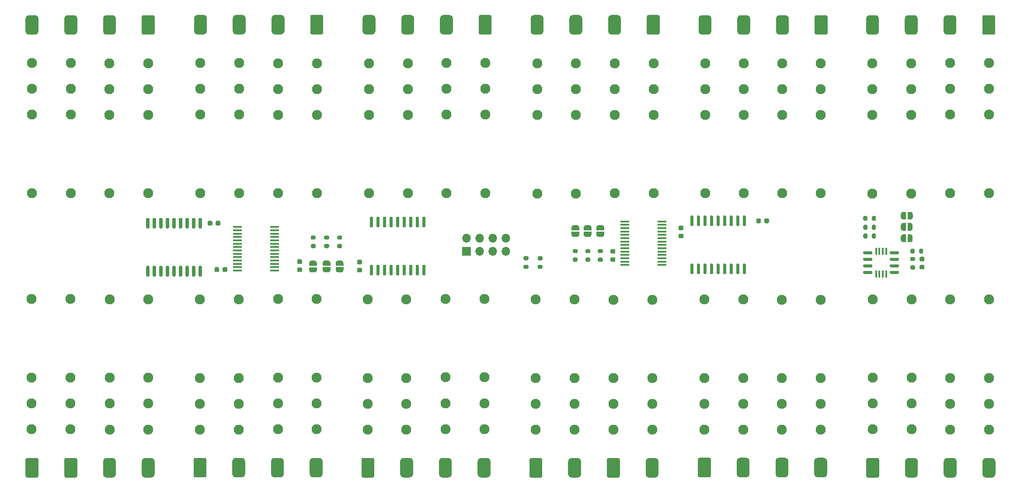
<source format=gbr>
%TF.GenerationSoftware,KiCad,Pcbnew,(5.1.12)-1*%
%TF.CreationDate,2021-12-07T00:39:26+01:00*%
%TF.ProjectId,boneIO - relay board,626f6e65-494f-4202-9d20-72656c617920,rev?*%
%TF.SameCoordinates,Original*%
%TF.FileFunction,Soldermask,Top*%
%TF.FilePolarity,Negative*%
%FSLAX46Y46*%
G04 Gerber Fmt 4.6, Leading zero omitted, Abs format (unit mm)*
G04 Created by KiCad (PCBNEW (5.1.12)-1) date 2021-12-07 00:39:26*
%MOMM*%
%LPD*%
G01*
G04 APERTURE LIST*
%ADD10C,0.100000*%
%ADD11C,1.950000*%
%ADD12R,1.750000X0.450000*%
%ADD13R,1.700000X1.700000*%
%ADD14O,1.700000X1.700000*%
%ADD15R,0.450000X1.400000*%
G04 APERTURE END LIST*
%TO.C,R4*%
G36*
G01*
X465750000Y-315903000D02*
X465750000Y-315353000D01*
G75*
G02*
X465950000Y-315153000I200000J0D01*
G01*
X466350000Y-315153000D01*
G75*
G02*
X466550000Y-315353000I0J-200000D01*
G01*
X466550000Y-315903000D01*
G75*
G02*
X466350000Y-316103000I-200000J0D01*
G01*
X465950000Y-316103000D01*
G75*
G02*
X465750000Y-315903000I0J200000D01*
G01*
G37*
G36*
G01*
X464100000Y-315903000D02*
X464100000Y-315353000D01*
G75*
G02*
X464300000Y-315153000I200000J0D01*
G01*
X464700000Y-315153000D01*
G75*
G02*
X464900000Y-315353000I0J-200000D01*
G01*
X464900000Y-315903000D01*
G75*
G02*
X464700000Y-316103000I-200000J0D01*
G01*
X464300000Y-316103000D01*
G75*
G02*
X464100000Y-315903000I0J200000D01*
G01*
G37*
%TD*%
D10*
%TO.C,JP10*%
G36*
X399949398Y-312398000D02*
G01*
X399949398Y-312422534D01*
X399944588Y-312471365D01*
X399935016Y-312519490D01*
X399920772Y-312566445D01*
X399901995Y-312611778D01*
X399878864Y-312655051D01*
X399851604Y-312695850D01*
X399820476Y-312733779D01*
X399785779Y-312768476D01*
X399747850Y-312799604D01*
X399707051Y-312826864D01*
X399663778Y-312849995D01*
X399618445Y-312868772D01*
X399571490Y-312883016D01*
X399523365Y-312892588D01*
X399474534Y-312897398D01*
X399450000Y-312897398D01*
X399450000Y-312898000D01*
X398950000Y-312898000D01*
X398950000Y-312897398D01*
X398925466Y-312897398D01*
X398876635Y-312892588D01*
X398828510Y-312883016D01*
X398781555Y-312868772D01*
X398736222Y-312849995D01*
X398692949Y-312826864D01*
X398652150Y-312799604D01*
X398614221Y-312768476D01*
X398579524Y-312733779D01*
X398548396Y-312695850D01*
X398521136Y-312655051D01*
X398498005Y-312611778D01*
X398479228Y-312566445D01*
X398464984Y-312519490D01*
X398455412Y-312471365D01*
X398450602Y-312422534D01*
X398450602Y-312398000D01*
X398450000Y-312398000D01*
X398450000Y-311898000D01*
X399950000Y-311898000D01*
X399950000Y-312398000D01*
X399949398Y-312398000D01*
G37*
G36*
X398450000Y-311598000D02*
G01*
X398450000Y-311098000D01*
X398450602Y-311098000D01*
X398450602Y-311073466D01*
X398455412Y-311024635D01*
X398464984Y-310976510D01*
X398479228Y-310929555D01*
X398498005Y-310884222D01*
X398521136Y-310840949D01*
X398548396Y-310800150D01*
X398579524Y-310762221D01*
X398614221Y-310727524D01*
X398652150Y-310696396D01*
X398692949Y-310669136D01*
X398736222Y-310646005D01*
X398781555Y-310627228D01*
X398828510Y-310612984D01*
X398876635Y-310603412D01*
X398925466Y-310598602D01*
X398950000Y-310598602D01*
X398950000Y-310598000D01*
X399450000Y-310598000D01*
X399450000Y-310598602D01*
X399474534Y-310598602D01*
X399523365Y-310603412D01*
X399571490Y-310612984D01*
X399618445Y-310627228D01*
X399663778Y-310646005D01*
X399707051Y-310669136D01*
X399747850Y-310696396D01*
X399785779Y-310727524D01*
X399820476Y-310762221D01*
X399851604Y-310800150D01*
X399878864Y-310840949D01*
X399901995Y-310884222D01*
X399920772Y-310929555D01*
X399935016Y-310976510D01*
X399944588Y-311024635D01*
X399949398Y-311073466D01*
X399949398Y-311098000D01*
X399950000Y-311098000D01*
X399950000Y-311598000D01*
X398450000Y-311598000D01*
G37*
%TD*%
%TO.C,JP9*%
G36*
X402329398Y-312388000D02*
G01*
X402329398Y-312412534D01*
X402324588Y-312461365D01*
X402315016Y-312509490D01*
X402300772Y-312556445D01*
X402281995Y-312601778D01*
X402258864Y-312645051D01*
X402231604Y-312685850D01*
X402200476Y-312723779D01*
X402165779Y-312758476D01*
X402127850Y-312789604D01*
X402087051Y-312816864D01*
X402043778Y-312839995D01*
X401998445Y-312858772D01*
X401951490Y-312873016D01*
X401903365Y-312882588D01*
X401854534Y-312887398D01*
X401830000Y-312887398D01*
X401830000Y-312888000D01*
X401330000Y-312888000D01*
X401330000Y-312887398D01*
X401305466Y-312887398D01*
X401256635Y-312882588D01*
X401208510Y-312873016D01*
X401161555Y-312858772D01*
X401116222Y-312839995D01*
X401072949Y-312816864D01*
X401032150Y-312789604D01*
X400994221Y-312758476D01*
X400959524Y-312723779D01*
X400928396Y-312685850D01*
X400901136Y-312645051D01*
X400878005Y-312601778D01*
X400859228Y-312556445D01*
X400844984Y-312509490D01*
X400835412Y-312461365D01*
X400830602Y-312412534D01*
X400830602Y-312388000D01*
X400830000Y-312388000D01*
X400830000Y-311888000D01*
X402330000Y-311888000D01*
X402330000Y-312388000D01*
X402329398Y-312388000D01*
G37*
G36*
X400830000Y-311588000D02*
G01*
X400830000Y-311088000D01*
X400830602Y-311088000D01*
X400830602Y-311063466D01*
X400835412Y-311014635D01*
X400844984Y-310966510D01*
X400859228Y-310919555D01*
X400878005Y-310874222D01*
X400901136Y-310830949D01*
X400928396Y-310790150D01*
X400959524Y-310752221D01*
X400994221Y-310717524D01*
X401032150Y-310686396D01*
X401072949Y-310659136D01*
X401116222Y-310636005D01*
X401161555Y-310617228D01*
X401208510Y-310602984D01*
X401256635Y-310593412D01*
X401305466Y-310588602D01*
X401330000Y-310588602D01*
X401330000Y-310588000D01*
X401830000Y-310588000D01*
X401830000Y-310588602D01*
X401854534Y-310588602D01*
X401903365Y-310593412D01*
X401951490Y-310602984D01*
X401998445Y-310617228D01*
X402043778Y-310636005D01*
X402087051Y-310659136D01*
X402127850Y-310686396D01*
X402165779Y-310717524D01*
X402200476Y-310752221D01*
X402231604Y-310790150D01*
X402258864Y-310830949D01*
X402281995Y-310874222D01*
X402300772Y-310919555D01*
X402315016Y-310966510D01*
X402324588Y-311014635D01*
X402329398Y-311063466D01*
X402329398Y-311088000D01*
X402330000Y-311088000D01*
X402330000Y-311588000D01*
X400830000Y-311588000D01*
G37*
%TD*%
%TO.C,JP8*%
G36*
X404779398Y-312388000D02*
G01*
X404779398Y-312412534D01*
X404774588Y-312461365D01*
X404765016Y-312509490D01*
X404750772Y-312556445D01*
X404731995Y-312601778D01*
X404708864Y-312645051D01*
X404681604Y-312685850D01*
X404650476Y-312723779D01*
X404615779Y-312758476D01*
X404577850Y-312789604D01*
X404537051Y-312816864D01*
X404493778Y-312839995D01*
X404448445Y-312858772D01*
X404401490Y-312873016D01*
X404353365Y-312882588D01*
X404304534Y-312887398D01*
X404280000Y-312887398D01*
X404280000Y-312888000D01*
X403780000Y-312888000D01*
X403780000Y-312887398D01*
X403755466Y-312887398D01*
X403706635Y-312882588D01*
X403658510Y-312873016D01*
X403611555Y-312858772D01*
X403566222Y-312839995D01*
X403522949Y-312816864D01*
X403482150Y-312789604D01*
X403444221Y-312758476D01*
X403409524Y-312723779D01*
X403378396Y-312685850D01*
X403351136Y-312645051D01*
X403328005Y-312601778D01*
X403309228Y-312556445D01*
X403294984Y-312509490D01*
X403285412Y-312461365D01*
X403280602Y-312412534D01*
X403280602Y-312388000D01*
X403280000Y-312388000D01*
X403280000Y-311888000D01*
X404780000Y-311888000D01*
X404780000Y-312388000D01*
X404779398Y-312388000D01*
G37*
G36*
X403280000Y-311588000D02*
G01*
X403280000Y-311088000D01*
X403280602Y-311088000D01*
X403280602Y-311063466D01*
X403285412Y-311014635D01*
X403294984Y-310966510D01*
X403309228Y-310919555D01*
X403328005Y-310874222D01*
X403351136Y-310830949D01*
X403378396Y-310790150D01*
X403409524Y-310752221D01*
X403444221Y-310717524D01*
X403482150Y-310686396D01*
X403522949Y-310659136D01*
X403566222Y-310636005D01*
X403611555Y-310617228D01*
X403658510Y-310602984D01*
X403706635Y-310593412D01*
X403755466Y-310588602D01*
X403780000Y-310588602D01*
X403780000Y-310588000D01*
X404280000Y-310588000D01*
X404280000Y-310588602D01*
X404304534Y-310588602D01*
X404353365Y-310593412D01*
X404401490Y-310602984D01*
X404448445Y-310617228D01*
X404493778Y-310636005D01*
X404537051Y-310659136D01*
X404577850Y-310686396D01*
X404615779Y-310717524D01*
X404650476Y-310752221D01*
X404681604Y-310790150D01*
X404708864Y-310830949D01*
X404731995Y-310874222D01*
X404750772Y-310919555D01*
X404765016Y-310966510D01*
X404774588Y-311014635D01*
X404779398Y-311063466D01*
X404779398Y-311088000D01*
X404780000Y-311088000D01*
X404780000Y-311588000D01*
X403280000Y-311588000D01*
G37*
%TD*%
%TO.C,JP7*%
G36*
X347660602Y-317968000D02*
G01*
X347660602Y-317943466D01*
X347665412Y-317894635D01*
X347674984Y-317846510D01*
X347689228Y-317799555D01*
X347708005Y-317754222D01*
X347731136Y-317710949D01*
X347758396Y-317670150D01*
X347789524Y-317632221D01*
X347824221Y-317597524D01*
X347862150Y-317566396D01*
X347902949Y-317539136D01*
X347946222Y-317516005D01*
X347991555Y-317497228D01*
X348038510Y-317482984D01*
X348086635Y-317473412D01*
X348135466Y-317468602D01*
X348160000Y-317468602D01*
X348160000Y-317468000D01*
X348660000Y-317468000D01*
X348660000Y-317468602D01*
X348684534Y-317468602D01*
X348733365Y-317473412D01*
X348781490Y-317482984D01*
X348828445Y-317497228D01*
X348873778Y-317516005D01*
X348917051Y-317539136D01*
X348957850Y-317566396D01*
X348995779Y-317597524D01*
X349030476Y-317632221D01*
X349061604Y-317670150D01*
X349088864Y-317710949D01*
X349111995Y-317754222D01*
X349130772Y-317799555D01*
X349145016Y-317846510D01*
X349154588Y-317894635D01*
X349159398Y-317943466D01*
X349159398Y-317968000D01*
X349160000Y-317968000D01*
X349160000Y-318468000D01*
X347660000Y-318468000D01*
X347660000Y-317968000D01*
X347660602Y-317968000D01*
G37*
G36*
X349160000Y-318768000D02*
G01*
X349160000Y-319268000D01*
X349159398Y-319268000D01*
X349159398Y-319292534D01*
X349154588Y-319341365D01*
X349145016Y-319389490D01*
X349130772Y-319436445D01*
X349111995Y-319481778D01*
X349088864Y-319525051D01*
X349061604Y-319565850D01*
X349030476Y-319603779D01*
X348995779Y-319638476D01*
X348957850Y-319669604D01*
X348917051Y-319696864D01*
X348873778Y-319719995D01*
X348828445Y-319738772D01*
X348781490Y-319753016D01*
X348733365Y-319762588D01*
X348684534Y-319767398D01*
X348660000Y-319767398D01*
X348660000Y-319768000D01*
X348160000Y-319768000D01*
X348160000Y-319767398D01*
X348135466Y-319767398D01*
X348086635Y-319762588D01*
X348038510Y-319753016D01*
X347991555Y-319738772D01*
X347946222Y-319719995D01*
X347902949Y-319696864D01*
X347862150Y-319669604D01*
X347824221Y-319638476D01*
X347789524Y-319603779D01*
X347758396Y-319565850D01*
X347731136Y-319525051D01*
X347708005Y-319481778D01*
X347689228Y-319436445D01*
X347674984Y-319389490D01*
X347665412Y-319341365D01*
X347660602Y-319292534D01*
X347660602Y-319268000D01*
X347660000Y-319268000D01*
X347660000Y-318768000D01*
X349160000Y-318768000D01*
G37*
%TD*%
%TO.C,JP6*%
G36*
X350280602Y-317958000D02*
G01*
X350280602Y-317933466D01*
X350285412Y-317884635D01*
X350294984Y-317836510D01*
X350309228Y-317789555D01*
X350328005Y-317744222D01*
X350351136Y-317700949D01*
X350378396Y-317660150D01*
X350409524Y-317622221D01*
X350444221Y-317587524D01*
X350482150Y-317556396D01*
X350522949Y-317529136D01*
X350566222Y-317506005D01*
X350611555Y-317487228D01*
X350658510Y-317472984D01*
X350706635Y-317463412D01*
X350755466Y-317458602D01*
X350780000Y-317458602D01*
X350780000Y-317458000D01*
X351280000Y-317458000D01*
X351280000Y-317458602D01*
X351304534Y-317458602D01*
X351353365Y-317463412D01*
X351401490Y-317472984D01*
X351448445Y-317487228D01*
X351493778Y-317506005D01*
X351537051Y-317529136D01*
X351577850Y-317556396D01*
X351615779Y-317587524D01*
X351650476Y-317622221D01*
X351681604Y-317660150D01*
X351708864Y-317700949D01*
X351731995Y-317744222D01*
X351750772Y-317789555D01*
X351765016Y-317836510D01*
X351774588Y-317884635D01*
X351779398Y-317933466D01*
X351779398Y-317958000D01*
X351780000Y-317958000D01*
X351780000Y-318458000D01*
X350280000Y-318458000D01*
X350280000Y-317958000D01*
X350280602Y-317958000D01*
G37*
G36*
X351780000Y-318758000D02*
G01*
X351780000Y-319258000D01*
X351779398Y-319258000D01*
X351779398Y-319282534D01*
X351774588Y-319331365D01*
X351765016Y-319379490D01*
X351750772Y-319426445D01*
X351731995Y-319471778D01*
X351708864Y-319515051D01*
X351681604Y-319555850D01*
X351650476Y-319593779D01*
X351615779Y-319628476D01*
X351577850Y-319659604D01*
X351537051Y-319686864D01*
X351493778Y-319709995D01*
X351448445Y-319728772D01*
X351401490Y-319743016D01*
X351353365Y-319752588D01*
X351304534Y-319757398D01*
X351280000Y-319757398D01*
X351280000Y-319758000D01*
X350780000Y-319758000D01*
X350780000Y-319757398D01*
X350755466Y-319757398D01*
X350706635Y-319752588D01*
X350658510Y-319743016D01*
X350611555Y-319728772D01*
X350566222Y-319709995D01*
X350522949Y-319686864D01*
X350482150Y-319659604D01*
X350444221Y-319628476D01*
X350409524Y-319593779D01*
X350378396Y-319555850D01*
X350351136Y-319515051D01*
X350328005Y-319471778D01*
X350309228Y-319426445D01*
X350294984Y-319379490D01*
X350285412Y-319331365D01*
X350280602Y-319282534D01*
X350280602Y-319258000D01*
X350280000Y-319258000D01*
X350280000Y-318758000D01*
X351780000Y-318758000D01*
G37*
%TD*%
%TO.C,JP5*%
G36*
X352800602Y-317958000D02*
G01*
X352800602Y-317933466D01*
X352805412Y-317884635D01*
X352814984Y-317836510D01*
X352829228Y-317789555D01*
X352848005Y-317744222D01*
X352871136Y-317700949D01*
X352898396Y-317660150D01*
X352929524Y-317622221D01*
X352964221Y-317587524D01*
X353002150Y-317556396D01*
X353042949Y-317529136D01*
X353086222Y-317506005D01*
X353131555Y-317487228D01*
X353178510Y-317472984D01*
X353226635Y-317463412D01*
X353275466Y-317458602D01*
X353300000Y-317458602D01*
X353300000Y-317458000D01*
X353800000Y-317458000D01*
X353800000Y-317458602D01*
X353824534Y-317458602D01*
X353873365Y-317463412D01*
X353921490Y-317472984D01*
X353968445Y-317487228D01*
X354013778Y-317506005D01*
X354057051Y-317529136D01*
X354097850Y-317556396D01*
X354135779Y-317587524D01*
X354170476Y-317622221D01*
X354201604Y-317660150D01*
X354228864Y-317700949D01*
X354251995Y-317744222D01*
X354270772Y-317789555D01*
X354285016Y-317836510D01*
X354294588Y-317884635D01*
X354299398Y-317933466D01*
X354299398Y-317958000D01*
X354300000Y-317958000D01*
X354300000Y-318458000D01*
X352800000Y-318458000D01*
X352800000Y-317958000D01*
X352800602Y-317958000D01*
G37*
G36*
X354300000Y-318758000D02*
G01*
X354300000Y-319258000D01*
X354299398Y-319258000D01*
X354299398Y-319282534D01*
X354294588Y-319331365D01*
X354285016Y-319379490D01*
X354270772Y-319426445D01*
X354251995Y-319471778D01*
X354228864Y-319515051D01*
X354201604Y-319555850D01*
X354170476Y-319593779D01*
X354135779Y-319628476D01*
X354097850Y-319659604D01*
X354057051Y-319686864D01*
X354013778Y-319709995D01*
X353968445Y-319728772D01*
X353921490Y-319743016D01*
X353873365Y-319752588D01*
X353824534Y-319757398D01*
X353800000Y-319757398D01*
X353800000Y-319758000D01*
X353300000Y-319758000D01*
X353300000Y-319757398D01*
X353275466Y-319757398D01*
X353226635Y-319752588D01*
X353178510Y-319743016D01*
X353131555Y-319728772D01*
X353086222Y-319709995D01*
X353042949Y-319686864D01*
X353002150Y-319659604D01*
X352964221Y-319628476D01*
X352929524Y-319593779D01*
X352898396Y-319555850D01*
X352871136Y-319515051D01*
X352848005Y-319471778D01*
X352829228Y-319426445D01*
X352814984Y-319379490D01*
X352805412Y-319331365D01*
X352800602Y-319282534D01*
X352800602Y-319258000D01*
X352800000Y-319258000D01*
X352800000Y-318758000D01*
X354300000Y-318758000D01*
G37*
%TD*%
%TO.C,JP3*%
G36*
X462730000Y-313887398D02*
G01*
X462705466Y-313887398D01*
X462656635Y-313882588D01*
X462608510Y-313873016D01*
X462561555Y-313858772D01*
X462516222Y-313839995D01*
X462472949Y-313816864D01*
X462432150Y-313789604D01*
X462394221Y-313758476D01*
X462359524Y-313723779D01*
X462328396Y-313685850D01*
X462301136Y-313645051D01*
X462278005Y-313601778D01*
X462259228Y-313556445D01*
X462244984Y-313509490D01*
X462235412Y-313461365D01*
X462230602Y-313412534D01*
X462230602Y-313388000D01*
X462230000Y-313388000D01*
X462230000Y-312888000D01*
X462230602Y-312888000D01*
X462230602Y-312863466D01*
X462235412Y-312814635D01*
X462244984Y-312766510D01*
X462259228Y-312719555D01*
X462278005Y-312674222D01*
X462301136Y-312630949D01*
X462328396Y-312590150D01*
X462359524Y-312552221D01*
X462394221Y-312517524D01*
X462432150Y-312486396D01*
X462472949Y-312459136D01*
X462516222Y-312436005D01*
X462561555Y-312417228D01*
X462608510Y-312402984D01*
X462656635Y-312393412D01*
X462705466Y-312388602D01*
X462730000Y-312388602D01*
X462730000Y-312388000D01*
X463230000Y-312388000D01*
X463230000Y-313888000D01*
X462730000Y-313888000D01*
X462730000Y-313887398D01*
G37*
G36*
X463530000Y-312388000D02*
G01*
X464030000Y-312388000D01*
X464030000Y-312388602D01*
X464054534Y-312388602D01*
X464103365Y-312393412D01*
X464151490Y-312402984D01*
X464198445Y-312417228D01*
X464243778Y-312436005D01*
X464287051Y-312459136D01*
X464327850Y-312486396D01*
X464365779Y-312517524D01*
X464400476Y-312552221D01*
X464431604Y-312590150D01*
X464458864Y-312630949D01*
X464481995Y-312674222D01*
X464500772Y-312719555D01*
X464515016Y-312766510D01*
X464524588Y-312814635D01*
X464529398Y-312863466D01*
X464529398Y-312888000D01*
X464530000Y-312888000D01*
X464530000Y-313388000D01*
X464529398Y-313388000D01*
X464529398Y-313412534D01*
X464524588Y-313461365D01*
X464515016Y-313509490D01*
X464500772Y-313556445D01*
X464481995Y-313601778D01*
X464458864Y-313645051D01*
X464431604Y-313685850D01*
X464400476Y-313723779D01*
X464365779Y-313758476D01*
X464327850Y-313789604D01*
X464287051Y-313816864D01*
X464243778Y-313839995D01*
X464198445Y-313858772D01*
X464151490Y-313873016D01*
X464103365Y-313882588D01*
X464054534Y-313887398D01*
X464030000Y-313887398D01*
X464030000Y-313888000D01*
X463530000Y-313888000D01*
X463530000Y-312388000D01*
G37*
%TD*%
%TO.C,JP2*%
G36*
X462730000Y-311677398D02*
G01*
X462705466Y-311677398D01*
X462656635Y-311672588D01*
X462608510Y-311663016D01*
X462561555Y-311648772D01*
X462516222Y-311629995D01*
X462472949Y-311606864D01*
X462432150Y-311579604D01*
X462394221Y-311548476D01*
X462359524Y-311513779D01*
X462328396Y-311475850D01*
X462301136Y-311435051D01*
X462278005Y-311391778D01*
X462259228Y-311346445D01*
X462244984Y-311299490D01*
X462235412Y-311251365D01*
X462230602Y-311202534D01*
X462230602Y-311178000D01*
X462230000Y-311178000D01*
X462230000Y-310678000D01*
X462230602Y-310678000D01*
X462230602Y-310653466D01*
X462235412Y-310604635D01*
X462244984Y-310556510D01*
X462259228Y-310509555D01*
X462278005Y-310464222D01*
X462301136Y-310420949D01*
X462328396Y-310380150D01*
X462359524Y-310342221D01*
X462394221Y-310307524D01*
X462432150Y-310276396D01*
X462472949Y-310249136D01*
X462516222Y-310226005D01*
X462561555Y-310207228D01*
X462608510Y-310192984D01*
X462656635Y-310183412D01*
X462705466Y-310178602D01*
X462730000Y-310178602D01*
X462730000Y-310178000D01*
X463230000Y-310178000D01*
X463230000Y-311678000D01*
X462730000Y-311678000D01*
X462730000Y-311677398D01*
G37*
G36*
X463530000Y-310178000D02*
G01*
X464030000Y-310178000D01*
X464030000Y-310178602D01*
X464054534Y-310178602D01*
X464103365Y-310183412D01*
X464151490Y-310192984D01*
X464198445Y-310207228D01*
X464243778Y-310226005D01*
X464287051Y-310249136D01*
X464327850Y-310276396D01*
X464365779Y-310307524D01*
X464400476Y-310342221D01*
X464431604Y-310380150D01*
X464458864Y-310420949D01*
X464481995Y-310464222D01*
X464500772Y-310509555D01*
X464515016Y-310556510D01*
X464524588Y-310604635D01*
X464529398Y-310653466D01*
X464529398Y-310678000D01*
X464530000Y-310678000D01*
X464530000Y-311178000D01*
X464529398Y-311178000D01*
X464529398Y-311202534D01*
X464524588Y-311251365D01*
X464515016Y-311299490D01*
X464500772Y-311346445D01*
X464481995Y-311391778D01*
X464458864Y-311435051D01*
X464431604Y-311475850D01*
X464400476Y-311513779D01*
X464365779Y-311548476D01*
X464327850Y-311579604D01*
X464287051Y-311606864D01*
X464243778Y-311629995D01*
X464198445Y-311648772D01*
X464151490Y-311663016D01*
X464103365Y-311672588D01*
X464054534Y-311677398D01*
X464030000Y-311677398D01*
X464030000Y-311678000D01*
X463530000Y-311678000D01*
X463530000Y-310178000D01*
G37*
%TD*%
%TO.C,JP1*%
G36*
X462740000Y-309517398D02*
G01*
X462715466Y-309517398D01*
X462666635Y-309512588D01*
X462618510Y-309503016D01*
X462571555Y-309488772D01*
X462526222Y-309469995D01*
X462482949Y-309446864D01*
X462442150Y-309419604D01*
X462404221Y-309388476D01*
X462369524Y-309353779D01*
X462338396Y-309315850D01*
X462311136Y-309275051D01*
X462288005Y-309231778D01*
X462269228Y-309186445D01*
X462254984Y-309139490D01*
X462245412Y-309091365D01*
X462240602Y-309042534D01*
X462240602Y-309018000D01*
X462240000Y-309018000D01*
X462240000Y-308518000D01*
X462240602Y-308518000D01*
X462240602Y-308493466D01*
X462245412Y-308444635D01*
X462254984Y-308396510D01*
X462269228Y-308349555D01*
X462288005Y-308304222D01*
X462311136Y-308260949D01*
X462338396Y-308220150D01*
X462369524Y-308182221D01*
X462404221Y-308147524D01*
X462442150Y-308116396D01*
X462482949Y-308089136D01*
X462526222Y-308066005D01*
X462571555Y-308047228D01*
X462618510Y-308032984D01*
X462666635Y-308023412D01*
X462715466Y-308018602D01*
X462740000Y-308018602D01*
X462740000Y-308018000D01*
X463240000Y-308018000D01*
X463240000Y-309518000D01*
X462740000Y-309518000D01*
X462740000Y-309517398D01*
G37*
G36*
X463540000Y-308018000D02*
G01*
X464040000Y-308018000D01*
X464040000Y-308018602D01*
X464064534Y-308018602D01*
X464113365Y-308023412D01*
X464161490Y-308032984D01*
X464208445Y-308047228D01*
X464253778Y-308066005D01*
X464297051Y-308089136D01*
X464337850Y-308116396D01*
X464375779Y-308147524D01*
X464410476Y-308182221D01*
X464441604Y-308220150D01*
X464468864Y-308260949D01*
X464491995Y-308304222D01*
X464510772Y-308349555D01*
X464525016Y-308396510D01*
X464534588Y-308444635D01*
X464539398Y-308493466D01*
X464539398Y-308518000D01*
X464540000Y-308518000D01*
X464540000Y-309018000D01*
X464539398Y-309018000D01*
X464539398Y-309042534D01*
X464534588Y-309091365D01*
X464525016Y-309139490D01*
X464510772Y-309186445D01*
X464491995Y-309231778D01*
X464468864Y-309275051D01*
X464441604Y-309315850D01*
X464410476Y-309353779D01*
X464375779Y-309388476D01*
X464337850Y-309419604D01*
X464297051Y-309446864D01*
X464253778Y-309469995D01*
X464208445Y-309488772D01*
X464161490Y-309503016D01*
X464113365Y-309512588D01*
X464064534Y-309517398D01*
X464040000Y-309517398D01*
X464040000Y-309518000D01*
X463540000Y-309518000D01*
X463540000Y-308018000D01*
G37*
%TD*%
%TO.C,U1*%
G36*
G01*
X460110000Y-316093000D02*
X460110000Y-315793000D01*
G75*
G02*
X460260000Y-315643000I150000J0D01*
G01*
X461710000Y-315643000D01*
G75*
G02*
X461860000Y-315793000I0J-150000D01*
G01*
X461860000Y-316093000D01*
G75*
G02*
X461710000Y-316243000I-150000J0D01*
G01*
X460260000Y-316243000D01*
G75*
G02*
X460110000Y-316093000I0J150000D01*
G01*
G37*
G36*
G01*
X460110000Y-317363000D02*
X460110000Y-317063000D01*
G75*
G02*
X460260000Y-316913000I150000J0D01*
G01*
X461710000Y-316913000D01*
G75*
G02*
X461860000Y-317063000I0J-150000D01*
G01*
X461860000Y-317363000D01*
G75*
G02*
X461710000Y-317513000I-150000J0D01*
G01*
X460260000Y-317513000D01*
G75*
G02*
X460110000Y-317363000I0J150000D01*
G01*
G37*
G36*
G01*
X460110000Y-318633000D02*
X460110000Y-318333000D01*
G75*
G02*
X460260000Y-318183000I150000J0D01*
G01*
X461710000Y-318183000D01*
G75*
G02*
X461860000Y-318333000I0J-150000D01*
G01*
X461860000Y-318633000D01*
G75*
G02*
X461710000Y-318783000I-150000J0D01*
G01*
X460260000Y-318783000D01*
G75*
G02*
X460110000Y-318633000I0J150000D01*
G01*
G37*
G36*
G01*
X460110000Y-319903000D02*
X460110000Y-319603000D01*
G75*
G02*
X460260000Y-319453000I150000J0D01*
G01*
X461710000Y-319453000D01*
G75*
G02*
X461860000Y-319603000I0J-150000D01*
G01*
X461860000Y-319903000D01*
G75*
G02*
X461710000Y-320053000I-150000J0D01*
G01*
X460260000Y-320053000D01*
G75*
G02*
X460110000Y-319903000I0J150000D01*
G01*
G37*
G36*
G01*
X454960000Y-319903000D02*
X454960000Y-319603000D01*
G75*
G02*
X455110000Y-319453000I150000J0D01*
G01*
X456560000Y-319453000D01*
G75*
G02*
X456710000Y-319603000I0J-150000D01*
G01*
X456710000Y-319903000D01*
G75*
G02*
X456560000Y-320053000I-150000J0D01*
G01*
X455110000Y-320053000D01*
G75*
G02*
X454960000Y-319903000I0J150000D01*
G01*
G37*
G36*
G01*
X454960000Y-318633000D02*
X454960000Y-318333000D01*
G75*
G02*
X455110000Y-318183000I150000J0D01*
G01*
X456560000Y-318183000D01*
G75*
G02*
X456710000Y-318333000I0J-150000D01*
G01*
X456710000Y-318633000D01*
G75*
G02*
X456560000Y-318783000I-150000J0D01*
G01*
X455110000Y-318783000D01*
G75*
G02*
X454960000Y-318633000I0J150000D01*
G01*
G37*
G36*
G01*
X454960000Y-317363000D02*
X454960000Y-317063000D01*
G75*
G02*
X455110000Y-316913000I150000J0D01*
G01*
X456560000Y-316913000D01*
G75*
G02*
X456710000Y-317063000I0J-150000D01*
G01*
X456710000Y-317363000D01*
G75*
G02*
X456560000Y-317513000I-150000J0D01*
G01*
X455110000Y-317513000D01*
G75*
G02*
X454960000Y-317363000I0J150000D01*
G01*
G37*
G36*
G01*
X454960000Y-316093000D02*
X454960000Y-315793000D01*
G75*
G02*
X455110000Y-315643000I150000J0D01*
G01*
X456560000Y-315643000D01*
G75*
G02*
X456710000Y-315793000I0J-150000D01*
G01*
X456710000Y-316093000D01*
G75*
G02*
X456560000Y-316243000I-150000J0D01*
G01*
X455110000Y-316243000D01*
G75*
G02*
X454960000Y-316093000I0J150000D01*
G01*
G37*
%TD*%
%TO.C,R3*%
G36*
G01*
X455765000Y-312443000D02*
X455765000Y-312993000D01*
G75*
G02*
X455565000Y-313193000I-200000J0D01*
G01*
X455165000Y-313193000D01*
G75*
G02*
X454965000Y-312993000I0J200000D01*
G01*
X454965000Y-312443000D01*
G75*
G02*
X455165000Y-312243000I200000J0D01*
G01*
X455565000Y-312243000D01*
G75*
G02*
X455765000Y-312443000I0J-200000D01*
G01*
G37*
G36*
G01*
X457415000Y-312443000D02*
X457415000Y-312993000D01*
G75*
G02*
X457215000Y-313193000I-200000J0D01*
G01*
X456815000Y-313193000D01*
G75*
G02*
X456615000Y-312993000I0J200000D01*
G01*
X456615000Y-312443000D01*
G75*
G02*
X456815000Y-312243000I200000J0D01*
G01*
X457215000Y-312243000D01*
G75*
G02*
X457415000Y-312443000I0J-200000D01*
G01*
G37*
%TD*%
%TO.C,R2*%
G36*
G01*
X455765000Y-310743000D02*
X455765000Y-311293000D01*
G75*
G02*
X455565000Y-311493000I-200000J0D01*
G01*
X455165000Y-311493000D01*
G75*
G02*
X454965000Y-311293000I0J200000D01*
G01*
X454965000Y-310743000D01*
G75*
G02*
X455165000Y-310543000I200000J0D01*
G01*
X455565000Y-310543000D01*
G75*
G02*
X455765000Y-310743000I0J-200000D01*
G01*
G37*
G36*
G01*
X457415000Y-310743000D02*
X457415000Y-311293000D01*
G75*
G02*
X457215000Y-311493000I-200000J0D01*
G01*
X456815000Y-311493000D01*
G75*
G02*
X456615000Y-311293000I0J200000D01*
G01*
X456615000Y-310743000D01*
G75*
G02*
X456815000Y-310543000I200000J0D01*
G01*
X457215000Y-310543000D01*
G75*
G02*
X457415000Y-310743000I0J-200000D01*
G01*
G37*
%TD*%
%TO.C,R1*%
G36*
G01*
X455765000Y-309013000D02*
X455765000Y-309563000D01*
G75*
G02*
X455565000Y-309763000I-200000J0D01*
G01*
X455165000Y-309763000D01*
G75*
G02*
X454965000Y-309563000I0J200000D01*
G01*
X454965000Y-309013000D01*
G75*
G02*
X455165000Y-308813000I200000J0D01*
G01*
X455565000Y-308813000D01*
G75*
G02*
X455765000Y-309013000I0J-200000D01*
G01*
G37*
G36*
G01*
X457415000Y-309013000D02*
X457415000Y-309563000D01*
G75*
G02*
X457215000Y-309763000I-200000J0D01*
G01*
X456815000Y-309763000D01*
G75*
G02*
X456615000Y-309563000I0J200000D01*
G01*
X456615000Y-309013000D01*
G75*
G02*
X456815000Y-308813000I200000J0D01*
G01*
X457215000Y-308813000D01*
G75*
G02*
X457415000Y-309013000I0J-200000D01*
G01*
G37*
%TD*%
%TO.C,R8*%
G36*
G01*
X346056250Y-318103000D02*
X345543750Y-318103000D01*
G75*
G02*
X345325000Y-317884250I0J218750D01*
G01*
X345325000Y-317446750D01*
G75*
G02*
X345543750Y-317228000I218750J0D01*
G01*
X346056250Y-317228000D01*
G75*
G02*
X346275000Y-317446750I0J-218750D01*
G01*
X346275000Y-317884250D01*
G75*
G02*
X346056250Y-318103000I-218750J0D01*
G01*
G37*
G36*
G01*
X346056250Y-319678000D02*
X345543750Y-319678000D01*
G75*
G02*
X345325000Y-319459250I0J218750D01*
G01*
X345325000Y-319021750D01*
G75*
G02*
X345543750Y-318803000I218750J0D01*
G01*
X346056250Y-318803000D01*
G75*
G02*
X346275000Y-319021750I0J-218750D01*
G01*
X346275000Y-319459250D01*
G75*
G02*
X346056250Y-319678000I-218750J0D01*
G01*
G37*
%TD*%
%TO.C,R15*%
G36*
G01*
X398915000Y-316893000D02*
X399465000Y-316893000D01*
G75*
G02*
X399665000Y-317093000I0J-200000D01*
G01*
X399665000Y-317493000D01*
G75*
G02*
X399465000Y-317693000I-200000J0D01*
G01*
X398915000Y-317693000D01*
G75*
G02*
X398715000Y-317493000I0J200000D01*
G01*
X398715000Y-317093000D01*
G75*
G02*
X398915000Y-316893000I200000J0D01*
G01*
G37*
G36*
G01*
X398915000Y-315243000D02*
X399465000Y-315243000D01*
G75*
G02*
X399665000Y-315443000I0J-200000D01*
G01*
X399665000Y-315843000D01*
G75*
G02*
X399465000Y-316043000I-200000J0D01*
G01*
X398915000Y-316043000D01*
G75*
G02*
X398715000Y-315843000I0J200000D01*
G01*
X398715000Y-315443000D01*
G75*
G02*
X398915000Y-315243000I200000J0D01*
G01*
G37*
%TD*%
%TO.C,R14*%
G36*
G01*
X401341666Y-316893000D02*
X401891666Y-316893000D01*
G75*
G02*
X402091666Y-317093000I0J-200000D01*
G01*
X402091666Y-317493000D01*
G75*
G02*
X401891666Y-317693000I-200000J0D01*
G01*
X401341666Y-317693000D01*
G75*
G02*
X401141666Y-317493000I0J200000D01*
G01*
X401141666Y-317093000D01*
G75*
G02*
X401341666Y-316893000I200000J0D01*
G01*
G37*
G36*
G01*
X401341666Y-315243000D02*
X401891666Y-315243000D01*
G75*
G02*
X402091666Y-315443000I0J-200000D01*
G01*
X402091666Y-315843000D01*
G75*
G02*
X401891666Y-316043000I-200000J0D01*
G01*
X401341666Y-316043000D01*
G75*
G02*
X401141666Y-315843000I0J200000D01*
G01*
X401141666Y-315443000D01*
G75*
G02*
X401341666Y-315243000I200000J0D01*
G01*
G37*
%TD*%
%TO.C,R13*%
G36*
G01*
X403768332Y-316893000D02*
X404318332Y-316893000D01*
G75*
G02*
X404518332Y-317093000I0J-200000D01*
G01*
X404518332Y-317493000D01*
G75*
G02*
X404318332Y-317693000I-200000J0D01*
G01*
X403768332Y-317693000D01*
G75*
G02*
X403568332Y-317493000I0J200000D01*
G01*
X403568332Y-317093000D01*
G75*
G02*
X403768332Y-316893000I200000J0D01*
G01*
G37*
G36*
G01*
X403768332Y-315243000D02*
X404318332Y-315243000D01*
G75*
G02*
X404518332Y-315443000I0J-200000D01*
G01*
X404518332Y-315843000D01*
G75*
G02*
X404318332Y-316043000I-200000J0D01*
G01*
X403768332Y-316043000D01*
G75*
G02*
X403568332Y-315843000I0J200000D01*
G01*
X403568332Y-315443000D01*
G75*
G02*
X403768332Y-315243000I200000J0D01*
G01*
G37*
%TD*%
%TO.C,R11*%
G36*
G01*
X348705000Y-313398000D02*
X348155000Y-313398000D01*
G75*
G02*
X347955000Y-313198000I0J200000D01*
G01*
X347955000Y-312798000D01*
G75*
G02*
X348155000Y-312598000I200000J0D01*
G01*
X348705000Y-312598000D01*
G75*
G02*
X348905000Y-312798000I0J-200000D01*
G01*
X348905000Y-313198000D01*
G75*
G02*
X348705000Y-313398000I-200000J0D01*
G01*
G37*
G36*
G01*
X348705000Y-315048000D02*
X348155000Y-315048000D01*
G75*
G02*
X347955000Y-314848000I0J200000D01*
G01*
X347955000Y-314448000D01*
G75*
G02*
X348155000Y-314248000I200000J0D01*
G01*
X348705000Y-314248000D01*
G75*
G02*
X348905000Y-314448000I0J-200000D01*
G01*
X348905000Y-314848000D01*
G75*
G02*
X348705000Y-315048000I-200000J0D01*
G01*
G37*
%TD*%
%TO.C,R10*%
G36*
G01*
X351315000Y-313398000D02*
X350765000Y-313398000D01*
G75*
G02*
X350565000Y-313198000I0J200000D01*
G01*
X350565000Y-312798000D01*
G75*
G02*
X350765000Y-312598000I200000J0D01*
G01*
X351315000Y-312598000D01*
G75*
G02*
X351515000Y-312798000I0J-200000D01*
G01*
X351515000Y-313198000D01*
G75*
G02*
X351315000Y-313398000I-200000J0D01*
G01*
G37*
G36*
G01*
X351315000Y-315048000D02*
X350765000Y-315048000D01*
G75*
G02*
X350565000Y-314848000I0J200000D01*
G01*
X350565000Y-314448000D01*
G75*
G02*
X350765000Y-314248000I200000J0D01*
G01*
X351315000Y-314248000D01*
G75*
G02*
X351515000Y-314448000I0J-200000D01*
G01*
X351515000Y-314848000D01*
G75*
G02*
X351315000Y-315048000I-200000J0D01*
G01*
G37*
%TD*%
%TO.C,R9*%
G36*
G01*
X353825000Y-313408000D02*
X353275000Y-313408000D01*
G75*
G02*
X353075000Y-313208000I0J200000D01*
G01*
X353075000Y-312808000D01*
G75*
G02*
X353275000Y-312608000I200000J0D01*
G01*
X353825000Y-312608000D01*
G75*
G02*
X354025000Y-312808000I0J-200000D01*
G01*
X354025000Y-313208000D01*
G75*
G02*
X353825000Y-313408000I-200000J0D01*
G01*
G37*
G36*
G01*
X353825000Y-315058000D02*
X353275000Y-315058000D01*
G75*
G02*
X353075000Y-314858000I0J200000D01*
G01*
X353075000Y-314458000D01*
G75*
G02*
X353275000Y-314258000I200000J0D01*
G01*
X353825000Y-314258000D01*
G75*
G02*
X354025000Y-314458000I0J-200000D01*
G01*
X354025000Y-314858000D01*
G75*
G02*
X353825000Y-315058000I-200000J0D01*
G01*
G37*
%TD*%
D11*
%TO.C,K24*%
X471810000Y-345208000D03*
X471810000Y-340208000D03*
X471810000Y-350208000D03*
X479310000Y-345208000D03*
X479310000Y-340208000D03*
X479310000Y-350208000D03*
X471810000Y-325008000D03*
X479310000Y-325008000D03*
%TD*%
%TO.C,K23*%
X456780000Y-345168000D03*
X456780000Y-340168000D03*
X456780000Y-350168000D03*
X464280000Y-345168000D03*
X464280000Y-340168000D03*
X464280000Y-350168000D03*
X456780000Y-324968000D03*
X464280000Y-324968000D03*
%TD*%
%TO.C,K22*%
X464230000Y-284258000D03*
X464230000Y-289258000D03*
X464230000Y-279258000D03*
X456730000Y-284258000D03*
X456730000Y-289258000D03*
X456730000Y-279258000D03*
X464230000Y-304458000D03*
X456730000Y-304458000D03*
%TD*%
%TO.C,K21*%
X479280000Y-284188000D03*
X479280000Y-289188000D03*
X479280000Y-279188000D03*
X471780000Y-284188000D03*
X471780000Y-289188000D03*
X471780000Y-279188000D03*
X479280000Y-304388000D03*
X471780000Y-304388000D03*
%TD*%
%TO.C,K20*%
X446750000Y-284248000D03*
X446750000Y-289248000D03*
X446750000Y-279248000D03*
X439250000Y-284248000D03*
X439250000Y-289248000D03*
X439250000Y-279248000D03*
X446750000Y-304448000D03*
X439250000Y-304448000D03*
%TD*%
%TO.C,K19*%
X431830000Y-284228000D03*
X431830000Y-289228000D03*
X431830000Y-279228000D03*
X424330000Y-284228000D03*
X424330000Y-289228000D03*
X424330000Y-279228000D03*
X431830000Y-304428000D03*
X424330000Y-304428000D03*
%TD*%
%TO.C,K18*%
X414330000Y-284238000D03*
X414330000Y-289238000D03*
X414330000Y-279238000D03*
X406830000Y-284238000D03*
X406830000Y-289238000D03*
X406830000Y-279238000D03*
X414330000Y-304438000D03*
X406830000Y-304438000D03*
%TD*%
%TO.C,K17*%
X399320000Y-284278000D03*
X399320000Y-289278000D03*
X399320000Y-279278000D03*
X391820000Y-284278000D03*
X391820000Y-289278000D03*
X391820000Y-279278000D03*
X399320000Y-304478000D03*
X391820000Y-304478000D03*
%TD*%
%TO.C,K16*%
X334090000Y-284208000D03*
X334090000Y-289208000D03*
X334090000Y-279208000D03*
X326590000Y-284208000D03*
X326590000Y-289208000D03*
X326590000Y-279208000D03*
X334090000Y-304408000D03*
X326590000Y-304408000D03*
%TD*%
%TO.C,K15*%
X349170000Y-284228000D03*
X349170000Y-289228000D03*
X349170000Y-279228000D03*
X341670000Y-284228000D03*
X341670000Y-289228000D03*
X341670000Y-279228000D03*
X349170000Y-304428000D03*
X341670000Y-304428000D03*
%TD*%
%TO.C,K14*%
X366750000Y-284228000D03*
X366750000Y-289228000D03*
X366750000Y-279228000D03*
X359250000Y-284228000D03*
X359250000Y-289228000D03*
X359250000Y-279228000D03*
X366750000Y-304428000D03*
X359250000Y-304428000D03*
%TD*%
%TO.C,K13*%
X381760000Y-284208000D03*
X381760000Y-289208000D03*
X381760000Y-279208000D03*
X374260000Y-284208000D03*
X374260000Y-289208000D03*
X374260000Y-279208000D03*
X381760000Y-304408000D03*
X374260000Y-304408000D03*
%TD*%
%TO.C,K12*%
X316500000Y-284238000D03*
X316500000Y-289238000D03*
X316500000Y-279238000D03*
X309000000Y-284238000D03*
X309000000Y-289238000D03*
X309000000Y-279238000D03*
X316500000Y-304438000D03*
X309000000Y-304438000D03*
%TD*%
%TO.C,K11*%
X301490000Y-284208000D03*
X301490000Y-289208000D03*
X301490000Y-279208000D03*
X293990000Y-284208000D03*
X293990000Y-289208000D03*
X293990000Y-279208000D03*
X301490000Y-304408000D03*
X293990000Y-304408000D03*
%TD*%
%TO.C,K10*%
X439210000Y-345248000D03*
X439210000Y-340248000D03*
X439210000Y-350248000D03*
X446710000Y-345248000D03*
X446710000Y-340248000D03*
X446710000Y-350248000D03*
X439210000Y-325048000D03*
X446710000Y-325048000D03*
%TD*%
%TO.C,K9*%
X424200000Y-345228000D03*
X424200000Y-340228000D03*
X424200000Y-350228000D03*
X431700000Y-345228000D03*
X431700000Y-340228000D03*
X431700000Y-350228000D03*
X424200000Y-325028000D03*
X431700000Y-325028000D03*
%TD*%
%TO.C,K8*%
X406610000Y-345248000D03*
X406610000Y-340248000D03*
X406610000Y-350248000D03*
X414110000Y-345248000D03*
X414110000Y-340248000D03*
X414110000Y-350248000D03*
X406610000Y-325048000D03*
X414110000Y-325048000D03*
%TD*%
%TO.C,K7*%
X391520000Y-345218000D03*
X391520000Y-340218000D03*
X391520000Y-350218000D03*
X399020000Y-345218000D03*
X399020000Y-340218000D03*
X399020000Y-350218000D03*
X391520000Y-325018000D03*
X399020000Y-325018000D03*
%TD*%
%TO.C,K6*%
X374070000Y-345098000D03*
X374070000Y-340098000D03*
X374070000Y-350098000D03*
X381570000Y-345098000D03*
X381570000Y-340098000D03*
X381570000Y-350098000D03*
X374070000Y-324898000D03*
X381570000Y-324898000D03*
%TD*%
%TO.C,K5*%
X358960000Y-345188000D03*
X358960000Y-340188000D03*
X358960000Y-350188000D03*
X366460000Y-345188000D03*
X366460000Y-340188000D03*
X366460000Y-350188000D03*
X358960000Y-324988000D03*
X366460000Y-324988000D03*
%TD*%
%TO.C,K4*%
X341630000Y-345138000D03*
X341630000Y-340138000D03*
X341630000Y-350138000D03*
X349130000Y-345138000D03*
X349130000Y-340138000D03*
X349130000Y-350138000D03*
X341630000Y-324938000D03*
X349130000Y-324938000D03*
%TD*%
%TO.C,K3*%
X326520000Y-345188000D03*
X326520000Y-340188000D03*
X326520000Y-350188000D03*
X334020000Y-345188000D03*
X334020000Y-340188000D03*
X334020000Y-350188000D03*
X326520000Y-324988000D03*
X334020000Y-324988000D03*
%TD*%
%TO.C,K2*%
X309020000Y-345178000D03*
X309020000Y-340178000D03*
X309020000Y-350178000D03*
X316520000Y-345178000D03*
X316520000Y-340178000D03*
X316520000Y-350178000D03*
X309020000Y-324978000D03*
X316520000Y-324978000D03*
%TD*%
%TO.C,K1*%
X293930000Y-345128000D03*
X293930000Y-340128000D03*
X293930000Y-350128000D03*
X301430000Y-345128000D03*
X301430000Y-340128000D03*
X301430000Y-350128000D03*
X293930000Y-324928000D03*
X301430000Y-324928000D03*
%TD*%
%TO.C,U4*%
G36*
G01*
X369710000Y-318283000D02*
X370010000Y-318283000D01*
G75*
G02*
X370160000Y-318433000I0J-150000D01*
G01*
X370160000Y-320183000D01*
G75*
G02*
X370010000Y-320333000I-150000J0D01*
G01*
X369710000Y-320333000D01*
G75*
G02*
X369560000Y-320183000I0J150000D01*
G01*
X369560000Y-318433000D01*
G75*
G02*
X369710000Y-318283000I150000J0D01*
G01*
G37*
G36*
G01*
X368440000Y-318283000D02*
X368740000Y-318283000D01*
G75*
G02*
X368890000Y-318433000I0J-150000D01*
G01*
X368890000Y-320183000D01*
G75*
G02*
X368740000Y-320333000I-150000J0D01*
G01*
X368440000Y-320333000D01*
G75*
G02*
X368290000Y-320183000I0J150000D01*
G01*
X368290000Y-318433000D01*
G75*
G02*
X368440000Y-318283000I150000J0D01*
G01*
G37*
G36*
G01*
X367170000Y-318283000D02*
X367470000Y-318283000D01*
G75*
G02*
X367620000Y-318433000I0J-150000D01*
G01*
X367620000Y-320183000D01*
G75*
G02*
X367470000Y-320333000I-150000J0D01*
G01*
X367170000Y-320333000D01*
G75*
G02*
X367020000Y-320183000I0J150000D01*
G01*
X367020000Y-318433000D01*
G75*
G02*
X367170000Y-318283000I150000J0D01*
G01*
G37*
G36*
G01*
X365900000Y-318283000D02*
X366200000Y-318283000D01*
G75*
G02*
X366350000Y-318433000I0J-150000D01*
G01*
X366350000Y-320183000D01*
G75*
G02*
X366200000Y-320333000I-150000J0D01*
G01*
X365900000Y-320333000D01*
G75*
G02*
X365750000Y-320183000I0J150000D01*
G01*
X365750000Y-318433000D01*
G75*
G02*
X365900000Y-318283000I150000J0D01*
G01*
G37*
G36*
G01*
X364630000Y-318283000D02*
X364930000Y-318283000D01*
G75*
G02*
X365080000Y-318433000I0J-150000D01*
G01*
X365080000Y-320183000D01*
G75*
G02*
X364930000Y-320333000I-150000J0D01*
G01*
X364630000Y-320333000D01*
G75*
G02*
X364480000Y-320183000I0J150000D01*
G01*
X364480000Y-318433000D01*
G75*
G02*
X364630000Y-318283000I150000J0D01*
G01*
G37*
G36*
G01*
X363360000Y-318283000D02*
X363660000Y-318283000D01*
G75*
G02*
X363810000Y-318433000I0J-150000D01*
G01*
X363810000Y-320183000D01*
G75*
G02*
X363660000Y-320333000I-150000J0D01*
G01*
X363360000Y-320333000D01*
G75*
G02*
X363210000Y-320183000I0J150000D01*
G01*
X363210000Y-318433000D01*
G75*
G02*
X363360000Y-318283000I150000J0D01*
G01*
G37*
G36*
G01*
X362090000Y-318283000D02*
X362390000Y-318283000D01*
G75*
G02*
X362540000Y-318433000I0J-150000D01*
G01*
X362540000Y-320183000D01*
G75*
G02*
X362390000Y-320333000I-150000J0D01*
G01*
X362090000Y-320333000D01*
G75*
G02*
X361940000Y-320183000I0J150000D01*
G01*
X361940000Y-318433000D01*
G75*
G02*
X362090000Y-318283000I150000J0D01*
G01*
G37*
G36*
G01*
X360820000Y-318283000D02*
X361120000Y-318283000D01*
G75*
G02*
X361270000Y-318433000I0J-150000D01*
G01*
X361270000Y-320183000D01*
G75*
G02*
X361120000Y-320333000I-150000J0D01*
G01*
X360820000Y-320333000D01*
G75*
G02*
X360670000Y-320183000I0J150000D01*
G01*
X360670000Y-318433000D01*
G75*
G02*
X360820000Y-318283000I150000J0D01*
G01*
G37*
G36*
G01*
X359550000Y-318283000D02*
X359850000Y-318283000D01*
G75*
G02*
X360000000Y-318433000I0J-150000D01*
G01*
X360000000Y-320183000D01*
G75*
G02*
X359850000Y-320333000I-150000J0D01*
G01*
X359550000Y-320333000D01*
G75*
G02*
X359400000Y-320183000I0J150000D01*
G01*
X359400000Y-318433000D01*
G75*
G02*
X359550000Y-318283000I150000J0D01*
G01*
G37*
G36*
G01*
X359550000Y-308983000D02*
X359850000Y-308983000D01*
G75*
G02*
X360000000Y-309133000I0J-150000D01*
G01*
X360000000Y-310883000D01*
G75*
G02*
X359850000Y-311033000I-150000J0D01*
G01*
X359550000Y-311033000D01*
G75*
G02*
X359400000Y-310883000I0J150000D01*
G01*
X359400000Y-309133000D01*
G75*
G02*
X359550000Y-308983000I150000J0D01*
G01*
G37*
G36*
G01*
X360820000Y-308983000D02*
X361120000Y-308983000D01*
G75*
G02*
X361270000Y-309133000I0J-150000D01*
G01*
X361270000Y-310883000D01*
G75*
G02*
X361120000Y-311033000I-150000J0D01*
G01*
X360820000Y-311033000D01*
G75*
G02*
X360670000Y-310883000I0J150000D01*
G01*
X360670000Y-309133000D01*
G75*
G02*
X360820000Y-308983000I150000J0D01*
G01*
G37*
G36*
G01*
X362090000Y-308983000D02*
X362390000Y-308983000D01*
G75*
G02*
X362540000Y-309133000I0J-150000D01*
G01*
X362540000Y-310883000D01*
G75*
G02*
X362390000Y-311033000I-150000J0D01*
G01*
X362090000Y-311033000D01*
G75*
G02*
X361940000Y-310883000I0J150000D01*
G01*
X361940000Y-309133000D01*
G75*
G02*
X362090000Y-308983000I150000J0D01*
G01*
G37*
G36*
G01*
X363360000Y-308983000D02*
X363660000Y-308983000D01*
G75*
G02*
X363810000Y-309133000I0J-150000D01*
G01*
X363810000Y-310883000D01*
G75*
G02*
X363660000Y-311033000I-150000J0D01*
G01*
X363360000Y-311033000D01*
G75*
G02*
X363210000Y-310883000I0J150000D01*
G01*
X363210000Y-309133000D01*
G75*
G02*
X363360000Y-308983000I150000J0D01*
G01*
G37*
G36*
G01*
X364630000Y-308983000D02*
X364930000Y-308983000D01*
G75*
G02*
X365080000Y-309133000I0J-150000D01*
G01*
X365080000Y-310883000D01*
G75*
G02*
X364930000Y-311033000I-150000J0D01*
G01*
X364630000Y-311033000D01*
G75*
G02*
X364480000Y-310883000I0J150000D01*
G01*
X364480000Y-309133000D01*
G75*
G02*
X364630000Y-308983000I150000J0D01*
G01*
G37*
G36*
G01*
X365900000Y-308983000D02*
X366200000Y-308983000D01*
G75*
G02*
X366350000Y-309133000I0J-150000D01*
G01*
X366350000Y-310883000D01*
G75*
G02*
X366200000Y-311033000I-150000J0D01*
G01*
X365900000Y-311033000D01*
G75*
G02*
X365750000Y-310883000I0J150000D01*
G01*
X365750000Y-309133000D01*
G75*
G02*
X365900000Y-308983000I150000J0D01*
G01*
G37*
G36*
G01*
X367170000Y-308983000D02*
X367470000Y-308983000D01*
G75*
G02*
X367620000Y-309133000I0J-150000D01*
G01*
X367620000Y-310883000D01*
G75*
G02*
X367470000Y-311033000I-150000J0D01*
G01*
X367170000Y-311033000D01*
G75*
G02*
X367020000Y-310883000I0J150000D01*
G01*
X367020000Y-309133000D01*
G75*
G02*
X367170000Y-308983000I150000J0D01*
G01*
G37*
G36*
G01*
X368440000Y-308983000D02*
X368740000Y-308983000D01*
G75*
G02*
X368890000Y-309133000I0J-150000D01*
G01*
X368890000Y-310883000D01*
G75*
G02*
X368740000Y-311033000I-150000J0D01*
G01*
X368440000Y-311033000D01*
G75*
G02*
X368290000Y-310883000I0J150000D01*
G01*
X368290000Y-309133000D01*
G75*
G02*
X368440000Y-308983000I150000J0D01*
G01*
G37*
G36*
G01*
X369710000Y-308983000D02*
X370010000Y-308983000D01*
G75*
G02*
X370160000Y-309133000I0J-150000D01*
G01*
X370160000Y-310883000D01*
G75*
G02*
X370010000Y-311033000I-150000J0D01*
G01*
X369710000Y-311033000D01*
G75*
G02*
X369560000Y-310883000I0J150000D01*
G01*
X369560000Y-309133000D01*
G75*
G02*
X369710000Y-308983000I150000J0D01*
G01*
G37*
%TD*%
%TO.C,U3*%
G36*
G01*
X316560000Y-311253000D02*
X316260000Y-311253000D01*
G75*
G02*
X316110000Y-311103000I0J150000D01*
G01*
X316110000Y-309353000D01*
G75*
G02*
X316260000Y-309203000I150000J0D01*
G01*
X316560000Y-309203000D01*
G75*
G02*
X316710000Y-309353000I0J-150000D01*
G01*
X316710000Y-311103000D01*
G75*
G02*
X316560000Y-311253000I-150000J0D01*
G01*
G37*
G36*
G01*
X317830000Y-311253000D02*
X317530000Y-311253000D01*
G75*
G02*
X317380000Y-311103000I0J150000D01*
G01*
X317380000Y-309353000D01*
G75*
G02*
X317530000Y-309203000I150000J0D01*
G01*
X317830000Y-309203000D01*
G75*
G02*
X317980000Y-309353000I0J-150000D01*
G01*
X317980000Y-311103000D01*
G75*
G02*
X317830000Y-311253000I-150000J0D01*
G01*
G37*
G36*
G01*
X319100000Y-311253000D02*
X318800000Y-311253000D01*
G75*
G02*
X318650000Y-311103000I0J150000D01*
G01*
X318650000Y-309353000D01*
G75*
G02*
X318800000Y-309203000I150000J0D01*
G01*
X319100000Y-309203000D01*
G75*
G02*
X319250000Y-309353000I0J-150000D01*
G01*
X319250000Y-311103000D01*
G75*
G02*
X319100000Y-311253000I-150000J0D01*
G01*
G37*
G36*
G01*
X320370000Y-311253000D02*
X320070000Y-311253000D01*
G75*
G02*
X319920000Y-311103000I0J150000D01*
G01*
X319920000Y-309353000D01*
G75*
G02*
X320070000Y-309203000I150000J0D01*
G01*
X320370000Y-309203000D01*
G75*
G02*
X320520000Y-309353000I0J-150000D01*
G01*
X320520000Y-311103000D01*
G75*
G02*
X320370000Y-311253000I-150000J0D01*
G01*
G37*
G36*
G01*
X321640000Y-311253000D02*
X321340000Y-311253000D01*
G75*
G02*
X321190000Y-311103000I0J150000D01*
G01*
X321190000Y-309353000D01*
G75*
G02*
X321340000Y-309203000I150000J0D01*
G01*
X321640000Y-309203000D01*
G75*
G02*
X321790000Y-309353000I0J-150000D01*
G01*
X321790000Y-311103000D01*
G75*
G02*
X321640000Y-311253000I-150000J0D01*
G01*
G37*
G36*
G01*
X322910000Y-311253000D02*
X322610000Y-311253000D01*
G75*
G02*
X322460000Y-311103000I0J150000D01*
G01*
X322460000Y-309353000D01*
G75*
G02*
X322610000Y-309203000I150000J0D01*
G01*
X322910000Y-309203000D01*
G75*
G02*
X323060000Y-309353000I0J-150000D01*
G01*
X323060000Y-311103000D01*
G75*
G02*
X322910000Y-311253000I-150000J0D01*
G01*
G37*
G36*
G01*
X324180000Y-311253000D02*
X323880000Y-311253000D01*
G75*
G02*
X323730000Y-311103000I0J150000D01*
G01*
X323730000Y-309353000D01*
G75*
G02*
X323880000Y-309203000I150000J0D01*
G01*
X324180000Y-309203000D01*
G75*
G02*
X324330000Y-309353000I0J-150000D01*
G01*
X324330000Y-311103000D01*
G75*
G02*
X324180000Y-311253000I-150000J0D01*
G01*
G37*
G36*
G01*
X325450000Y-311253000D02*
X325150000Y-311253000D01*
G75*
G02*
X325000000Y-311103000I0J150000D01*
G01*
X325000000Y-309353000D01*
G75*
G02*
X325150000Y-309203000I150000J0D01*
G01*
X325450000Y-309203000D01*
G75*
G02*
X325600000Y-309353000I0J-150000D01*
G01*
X325600000Y-311103000D01*
G75*
G02*
X325450000Y-311253000I-150000J0D01*
G01*
G37*
G36*
G01*
X326720000Y-311253000D02*
X326420000Y-311253000D01*
G75*
G02*
X326270000Y-311103000I0J150000D01*
G01*
X326270000Y-309353000D01*
G75*
G02*
X326420000Y-309203000I150000J0D01*
G01*
X326720000Y-309203000D01*
G75*
G02*
X326870000Y-309353000I0J-150000D01*
G01*
X326870000Y-311103000D01*
G75*
G02*
X326720000Y-311253000I-150000J0D01*
G01*
G37*
G36*
G01*
X326720000Y-320553000D02*
X326420000Y-320553000D01*
G75*
G02*
X326270000Y-320403000I0J150000D01*
G01*
X326270000Y-318653000D01*
G75*
G02*
X326420000Y-318503000I150000J0D01*
G01*
X326720000Y-318503000D01*
G75*
G02*
X326870000Y-318653000I0J-150000D01*
G01*
X326870000Y-320403000D01*
G75*
G02*
X326720000Y-320553000I-150000J0D01*
G01*
G37*
G36*
G01*
X325450000Y-320553000D02*
X325150000Y-320553000D01*
G75*
G02*
X325000000Y-320403000I0J150000D01*
G01*
X325000000Y-318653000D01*
G75*
G02*
X325150000Y-318503000I150000J0D01*
G01*
X325450000Y-318503000D01*
G75*
G02*
X325600000Y-318653000I0J-150000D01*
G01*
X325600000Y-320403000D01*
G75*
G02*
X325450000Y-320553000I-150000J0D01*
G01*
G37*
G36*
G01*
X324180000Y-320553000D02*
X323880000Y-320553000D01*
G75*
G02*
X323730000Y-320403000I0J150000D01*
G01*
X323730000Y-318653000D01*
G75*
G02*
X323880000Y-318503000I150000J0D01*
G01*
X324180000Y-318503000D01*
G75*
G02*
X324330000Y-318653000I0J-150000D01*
G01*
X324330000Y-320403000D01*
G75*
G02*
X324180000Y-320553000I-150000J0D01*
G01*
G37*
G36*
G01*
X322910000Y-320553000D02*
X322610000Y-320553000D01*
G75*
G02*
X322460000Y-320403000I0J150000D01*
G01*
X322460000Y-318653000D01*
G75*
G02*
X322610000Y-318503000I150000J0D01*
G01*
X322910000Y-318503000D01*
G75*
G02*
X323060000Y-318653000I0J-150000D01*
G01*
X323060000Y-320403000D01*
G75*
G02*
X322910000Y-320553000I-150000J0D01*
G01*
G37*
G36*
G01*
X321640000Y-320553000D02*
X321340000Y-320553000D01*
G75*
G02*
X321190000Y-320403000I0J150000D01*
G01*
X321190000Y-318653000D01*
G75*
G02*
X321340000Y-318503000I150000J0D01*
G01*
X321640000Y-318503000D01*
G75*
G02*
X321790000Y-318653000I0J-150000D01*
G01*
X321790000Y-320403000D01*
G75*
G02*
X321640000Y-320553000I-150000J0D01*
G01*
G37*
G36*
G01*
X320370000Y-320553000D02*
X320070000Y-320553000D01*
G75*
G02*
X319920000Y-320403000I0J150000D01*
G01*
X319920000Y-318653000D01*
G75*
G02*
X320070000Y-318503000I150000J0D01*
G01*
X320370000Y-318503000D01*
G75*
G02*
X320520000Y-318653000I0J-150000D01*
G01*
X320520000Y-320403000D01*
G75*
G02*
X320370000Y-320553000I-150000J0D01*
G01*
G37*
G36*
G01*
X319100000Y-320553000D02*
X318800000Y-320553000D01*
G75*
G02*
X318650000Y-320403000I0J150000D01*
G01*
X318650000Y-318653000D01*
G75*
G02*
X318800000Y-318503000I150000J0D01*
G01*
X319100000Y-318503000D01*
G75*
G02*
X319250000Y-318653000I0J-150000D01*
G01*
X319250000Y-320403000D01*
G75*
G02*
X319100000Y-320553000I-150000J0D01*
G01*
G37*
G36*
G01*
X317830000Y-320553000D02*
X317530000Y-320553000D01*
G75*
G02*
X317380000Y-320403000I0J150000D01*
G01*
X317380000Y-318653000D01*
G75*
G02*
X317530000Y-318503000I150000J0D01*
G01*
X317830000Y-318503000D01*
G75*
G02*
X317980000Y-318653000I0J-150000D01*
G01*
X317980000Y-320403000D01*
G75*
G02*
X317830000Y-320553000I-150000J0D01*
G01*
G37*
G36*
G01*
X316560000Y-320553000D02*
X316260000Y-320553000D01*
G75*
G02*
X316110000Y-320403000I0J150000D01*
G01*
X316110000Y-318653000D01*
G75*
G02*
X316260000Y-318503000I150000J0D01*
G01*
X316560000Y-318503000D01*
G75*
G02*
X316710000Y-318653000I0J-150000D01*
G01*
X316710000Y-320403000D01*
G75*
G02*
X316560000Y-320553000I-150000J0D01*
G01*
G37*
%TD*%
D12*
%TO.C,U7*%
X408740000Y-318338000D03*
X408740000Y-317688000D03*
X408740000Y-317038000D03*
X408740000Y-316388000D03*
X408740000Y-315738000D03*
X408740000Y-315088000D03*
X408740000Y-314438000D03*
X408740000Y-313788000D03*
X408740000Y-313138000D03*
X408740000Y-312488000D03*
X408740000Y-311838000D03*
X408740000Y-311188000D03*
X408740000Y-310538000D03*
X408740000Y-309888000D03*
X415940000Y-309888000D03*
X415940000Y-310538000D03*
X415940000Y-311188000D03*
X415940000Y-311838000D03*
X415940000Y-312488000D03*
X415940000Y-313138000D03*
X415940000Y-313788000D03*
X415940000Y-314438000D03*
X415940000Y-315088000D03*
X415940000Y-315738000D03*
X415940000Y-316388000D03*
X415940000Y-317038000D03*
X415940000Y-317688000D03*
X415940000Y-318338000D03*
%TD*%
%TO.C,U6*%
X340960000Y-310948000D03*
X340960000Y-311598000D03*
X340960000Y-312248000D03*
X340960000Y-312898000D03*
X340960000Y-313548000D03*
X340960000Y-314198000D03*
X340960000Y-314848000D03*
X340960000Y-315498000D03*
X340960000Y-316148000D03*
X340960000Y-316798000D03*
X340960000Y-317448000D03*
X340960000Y-318098000D03*
X340960000Y-318748000D03*
X340960000Y-319398000D03*
X333760000Y-319398000D03*
X333760000Y-318748000D03*
X333760000Y-318098000D03*
X333760000Y-317448000D03*
X333760000Y-316798000D03*
X333760000Y-316148000D03*
X333760000Y-315498000D03*
X333760000Y-314848000D03*
X333760000Y-314198000D03*
X333760000Y-313548000D03*
X333760000Y-312898000D03*
X333760000Y-312248000D03*
X333760000Y-311598000D03*
X333760000Y-310948000D03*
%TD*%
%TO.C,J13*%
G36*
G01*
X478040000Y-358883000D02*
X478040000Y-356333000D01*
G75*
G02*
X478665000Y-355708000I625000J0D01*
G01*
X479915000Y-355708000D01*
G75*
G02*
X480540000Y-356333000I0J-625000D01*
G01*
X480540000Y-358883000D01*
G75*
G02*
X479915000Y-359508000I-625000J0D01*
G01*
X478665000Y-359508000D01*
G75*
G02*
X478040000Y-358883000I0J625000D01*
G01*
G37*
G36*
G01*
X470540000Y-358883000D02*
X470540000Y-356333000D01*
G75*
G02*
X471165000Y-355708000I625000J0D01*
G01*
X472415000Y-355708000D01*
G75*
G02*
X473040000Y-356333000I0J-625000D01*
G01*
X473040000Y-358883000D01*
G75*
G02*
X472415000Y-359508000I-625000J0D01*
G01*
X471165000Y-359508000D01*
G75*
G02*
X470540000Y-358883000I0J625000D01*
G01*
G37*
G36*
G01*
X463040000Y-358883000D02*
X463040000Y-356333000D01*
G75*
G02*
X463665000Y-355708000I625000J0D01*
G01*
X464915000Y-355708000D01*
G75*
G02*
X465540000Y-356333000I0J-625000D01*
G01*
X465540000Y-358883000D01*
G75*
G02*
X464915000Y-359508000I-625000J0D01*
G01*
X463665000Y-359508000D01*
G75*
G02*
X463040000Y-358883000I0J625000D01*
G01*
G37*
G36*
G01*
X455540000Y-359195500D02*
X455540000Y-356020500D01*
G75*
G02*
X455852500Y-355708000I312500J0D01*
G01*
X457727500Y-355708000D01*
G75*
G02*
X458040000Y-356020500I0J-312500D01*
G01*
X458040000Y-359195500D01*
G75*
G02*
X457727500Y-359508000I-312500J0D01*
G01*
X455852500Y-359508000D01*
G75*
G02*
X455540000Y-359195500I0J312500D01*
G01*
G37*
%TD*%
%TO.C,J12*%
G36*
G01*
X458000000Y-270543000D02*
X458000000Y-273093000D01*
G75*
G02*
X457375000Y-273718000I-625000J0D01*
G01*
X456125000Y-273718000D01*
G75*
G02*
X455500000Y-273093000I0J625000D01*
G01*
X455500000Y-270543000D01*
G75*
G02*
X456125000Y-269918000I625000J0D01*
G01*
X457375000Y-269918000D01*
G75*
G02*
X458000000Y-270543000I0J-625000D01*
G01*
G37*
G36*
G01*
X465500000Y-270543000D02*
X465500000Y-273093000D01*
G75*
G02*
X464875000Y-273718000I-625000J0D01*
G01*
X463625000Y-273718000D01*
G75*
G02*
X463000000Y-273093000I0J625000D01*
G01*
X463000000Y-270543000D01*
G75*
G02*
X463625000Y-269918000I625000J0D01*
G01*
X464875000Y-269918000D01*
G75*
G02*
X465500000Y-270543000I0J-625000D01*
G01*
G37*
G36*
G01*
X473000000Y-270543000D02*
X473000000Y-273093000D01*
G75*
G02*
X472375000Y-273718000I-625000J0D01*
G01*
X471125000Y-273718000D01*
G75*
G02*
X470500000Y-273093000I0J625000D01*
G01*
X470500000Y-270543000D01*
G75*
G02*
X471125000Y-269918000I625000J0D01*
G01*
X472375000Y-269918000D01*
G75*
G02*
X473000000Y-270543000I0J-625000D01*
G01*
G37*
G36*
G01*
X480500000Y-270230500D02*
X480500000Y-273405500D01*
G75*
G02*
X480187500Y-273718000I-312500J0D01*
G01*
X478312500Y-273718000D01*
G75*
G02*
X478000000Y-273405500I0J312500D01*
G01*
X478000000Y-270230500D01*
G75*
G02*
X478312500Y-269918000I312500J0D01*
G01*
X480187500Y-269918000D01*
G75*
G02*
X480500000Y-270230500I0J-312500D01*
G01*
G37*
%TD*%
%TO.C,J10*%
G36*
G01*
X393040000Y-270523000D02*
X393040000Y-273073000D01*
G75*
G02*
X392415000Y-273698000I-625000J0D01*
G01*
X391165000Y-273698000D01*
G75*
G02*
X390540000Y-273073000I0J625000D01*
G01*
X390540000Y-270523000D01*
G75*
G02*
X391165000Y-269898000I625000J0D01*
G01*
X392415000Y-269898000D01*
G75*
G02*
X393040000Y-270523000I0J-625000D01*
G01*
G37*
G36*
G01*
X400540000Y-270523000D02*
X400540000Y-273073000D01*
G75*
G02*
X399915000Y-273698000I-625000J0D01*
G01*
X398665000Y-273698000D01*
G75*
G02*
X398040000Y-273073000I0J625000D01*
G01*
X398040000Y-270523000D01*
G75*
G02*
X398665000Y-269898000I625000J0D01*
G01*
X399915000Y-269898000D01*
G75*
G02*
X400540000Y-270523000I0J-625000D01*
G01*
G37*
G36*
G01*
X408040000Y-270523000D02*
X408040000Y-273073000D01*
G75*
G02*
X407415000Y-273698000I-625000J0D01*
G01*
X406165000Y-273698000D01*
G75*
G02*
X405540000Y-273073000I0J625000D01*
G01*
X405540000Y-270523000D01*
G75*
G02*
X406165000Y-269898000I625000J0D01*
G01*
X407415000Y-269898000D01*
G75*
G02*
X408040000Y-270523000I0J-625000D01*
G01*
G37*
G36*
G01*
X415540000Y-270210500D02*
X415540000Y-273385500D01*
G75*
G02*
X415227500Y-273698000I-312500J0D01*
G01*
X413352500Y-273698000D01*
G75*
G02*
X413040000Y-273385500I0J312500D01*
G01*
X413040000Y-270210500D01*
G75*
G02*
X413352500Y-269898000I312500J0D01*
G01*
X415227500Y-269898000D01*
G75*
G02*
X415540000Y-270210500I0J-312500D01*
G01*
G37*
%TD*%
%TO.C,J9*%
G36*
G01*
X327870000Y-270493000D02*
X327870000Y-273043000D01*
G75*
G02*
X327245000Y-273668000I-625000J0D01*
G01*
X325995000Y-273668000D01*
G75*
G02*
X325370000Y-273043000I0J625000D01*
G01*
X325370000Y-270493000D01*
G75*
G02*
X325995000Y-269868000I625000J0D01*
G01*
X327245000Y-269868000D01*
G75*
G02*
X327870000Y-270493000I0J-625000D01*
G01*
G37*
G36*
G01*
X335370000Y-270493000D02*
X335370000Y-273043000D01*
G75*
G02*
X334745000Y-273668000I-625000J0D01*
G01*
X333495000Y-273668000D01*
G75*
G02*
X332870000Y-273043000I0J625000D01*
G01*
X332870000Y-270493000D01*
G75*
G02*
X333495000Y-269868000I625000J0D01*
G01*
X334745000Y-269868000D01*
G75*
G02*
X335370000Y-270493000I0J-625000D01*
G01*
G37*
G36*
G01*
X342870000Y-270493000D02*
X342870000Y-273043000D01*
G75*
G02*
X342245000Y-273668000I-625000J0D01*
G01*
X340995000Y-273668000D01*
G75*
G02*
X340370000Y-273043000I0J625000D01*
G01*
X340370000Y-270493000D01*
G75*
G02*
X340995000Y-269868000I625000J0D01*
G01*
X342245000Y-269868000D01*
G75*
G02*
X342870000Y-270493000I0J-625000D01*
G01*
G37*
G36*
G01*
X350370000Y-270180500D02*
X350370000Y-273355500D01*
G75*
G02*
X350057500Y-273668000I-312500J0D01*
G01*
X348182500Y-273668000D01*
G75*
G02*
X347870000Y-273355500I0J312500D01*
G01*
X347870000Y-270180500D01*
G75*
G02*
X348182500Y-269868000I312500J0D01*
G01*
X350057500Y-269868000D01*
G75*
G02*
X350370000Y-270180500I0J-312500D01*
G01*
G37*
%TD*%
%TO.C,J8*%
G36*
G01*
X360490000Y-270513000D02*
X360490000Y-273063000D01*
G75*
G02*
X359865000Y-273688000I-625000J0D01*
G01*
X358615000Y-273688000D01*
G75*
G02*
X357990000Y-273063000I0J625000D01*
G01*
X357990000Y-270513000D01*
G75*
G02*
X358615000Y-269888000I625000J0D01*
G01*
X359865000Y-269888000D01*
G75*
G02*
X360490000Y-270513000I0J-625000D01*
G01*
G37*
G36*
G01*
X367990000Y-270513000D02*
X367990000Y-273063000D01*
G75*
G02*
X367365000Y-273688000I-625000J0D01*
G01*
X366115000Y-273688000D01*
G75*
G02*
X365490000Y-273063000I0J625000D01*
G01*
X365490000Y-270513000D01*
G75*
G02*
X366115000Y-269888000I625000J0D01*
G01*
X367365000Y-269888000D01*
G75*
G02*
X367990000Y-270513000I0J-625000D01*
G01*
G37*
G36*
G01*
X375490000Y-270513000D02*
X375490000Y-273063000D01*
G75*
G02*
X374865000Y-273688000I-625000J0D01*
G01*
X373615000Y-273688000D01*
G75*
G02*
X372990000Y-273063000I0J625000D01*
G01*
X372990000Y-270513000D01*
G75*
G02*
X373615000Y-269888000I625000J0D01*
G01*
X374865000Y-269888000D01*
G75*
G02*
X375490000Y-270513000I0J-625000D01*
G01*
G37*
G36*
G01*
X382990000Y-270200500D02*
X382990000Y-273375500D01*
G75*
G02*
X382677500Y-273688000I-312500J0D01*
G01*
X380802500Y-273688000D01*
G75*
G02*
X380490000Y-273375500I0J312500D01*
G01*
X380490000Y-270200500D01*
G75*
G02*
X380802500Y-269888000I312500J0D01*
G01*
X382677500Y-269888000D01*
G75*
G02*
X382990000Y-270200500I0J-312500D01*
G01*
G37*
%TD*%
%TO.C,C6*%
G36*
G01*
X419906250Y-311568000D02*
X419393750Y-311568000D01*
G75*
G02*
X419175000Y-311349250I0J218750D01*
G01*
X419175000Y-310911750D01*
G75*
G02*
X419393750Y-310693000I218750J0D01*
G01*
X419906250Y-310693000D01*
G75*
G02*
X420125000Y-310911750I0J-218750D01*
G01*
X420125000Y-311349250D01*
G75*
G02*
X419906250Y-311568000I-218750J0D01*
G01*
G37*
G36*
G01*
X419906250Y-313143000D02*
X419393750Y-313143000D01*
G75*
G02*
X419175000Y-312924250I0J218750D01*
G01*
X419175000Y-312486750D01*
G75*
G02*
X419393750Y-312268000I218750J0D01*
G01*
X419906250Y-312268000D01*
G75*
G02*
X420125000Y-312486750I0J-218750D01*
G01*
X420125000Y-312924250D01*
G75*
G02*
X419906250Y-313143000I-218750J0D01*
G01*
G37*
%TD*%
%TO.C,C5*%
G36*
G01*
X330207500Y-318961750D02*
X330207500Y-319474250D01*
G75*
G02*
X329988750Y-319693000I-218750J0D01*
G01*
X329551250Y-319693000D01*
G75*
G02*
X329332500Y-319474250I0J218750D01*
G01*
X329332500Y-318961750D01*
G75*
G02*
X329551250Y-318743000I218750J0D01*
G01*
X329988750Y-318743000D01*
G75*
G02*
X330207500Y-318961750I0J-218750D01*
G01*
G37*
G36*
G01*
X331782500Y-318961750D02*
X331782500Y-319474250D01*
G75*
G02*
X331563750Y-319693000I-218750J0D01*
G01*
X331126250Y-319693000D01*
G75*
G02*
X330907500Y-319474250I0J218750D01*
G01*
X330907500Y-318961750D01*
G75*
G02*
X331126250Y-318743000I218750J0D01*
G01*
X331563750Y-318743000D01*
G75*
G02*
X331782500Y-318961750I0J-218750D01*
G01*
G37*
%TD*%
%TO.C,C1*%
G36*
G01*
X466073750Y-318300500D02*
X466586250Y-318300500D01*
G75*
G02*
X466805000Y-318519250I0J-218750D01*
G01*
X466805000Y-318956750D01*
G75*
G02*
X466586250Y-319175500I-218750J0D01*
G01*
X466073750Y-319175500D01*
G75*
G02*
X465855000Y-318956750I0J218750D01*
G01*
X465855000Y-318519250D01*
G75*
G02*
X466073750Y-318300500I218750J0D01*
G01*
G37*
G36*
G01*
X466073750Y-316725500D02*
X466586250Y-316725500D01*
G75*
G02*
X466805000Y-316944250I0J-218750D01*
G01*
X466805000Y-317381750D01*
G75*
G02*
X466586250Y-317600500I-218750J0D01*
G01*
X466073750Y-317600500D01*
G75*
G02*
X465855000Y-317381750I0J218750D01*
G01*
X465855000Y-316944250D01*
G75*
G02*
X466073750Y-316725500I218750J0D01*
G01*
G37*
%TD*%
D13*
%TO.C,J3*%
X378132200Y-315699000D03*
D14*
X378132200Y-313159000D03*
X380672200Y-315699000D03*
X380672200Y-313159000D03*
X383212200Y-315699000D03*
X383212200Y-313159000D03*
X385752200Y-315699000D03*
X385752200Y-313159000D03*
%TD*%
D15*
%TO.C,U2*%
X459385000Y-320048000D03*
X458735000Y-320048000D03*
X458085000Y-320048000D03*
X457435000Y-320048000D03*
X457435000Y-315648000D03*
X458085000Y-315648000D03*
X458735000Y-315648000D03*
X459385000Y-315648000D03*
%TD*%
%TO.C,R12*%
G36*
G01*
X406726250Y-316118000D02*
X406213750Y-316118000D01*
G75*
G02*
X405995000Y-315899250I0J218750D01*
G01*
X405995000Y-315461750D01*
G75*
G02*
X406213750Y-315243000I218750J0D01*
G01*
X406726250Y-315243000D01*
G75*
G02*
X406945000Y-315461750I0J-218750D01*
G01*
X406945000Y-315899250D01*
G75*
G02*
X406726250Y-316118000I-218750J0D01*
G01*
G37*
G36*
G01*
X406726250Y-317693000D02*
X406213750Y-317693000D01*
G75*
G02*
X405995000Y-317474250I0J218750D01*
G01*
X405995000Y-317036750D01*
G75*
G02*
X406213750Y-316818000I218750J0D01*
G01*
X406726250Y-316818000D01*
G75*
G02*
X406945000Y-317036750I0J-218750D01*
G01*
X406945000Y-317474250D01*
G75*
G02*
X406726250Y-317693000I-218750J0D01*
G01*
G37*
%TD*%
%TO.C,C4*%
G36*
G01*
X435800000Y-310008000D02*
X435800000Y-309508000D01*
G75*
G02*
X436025000Y-309283000I225000J0D01*
G01*
X436475000Y-309283000D01*
G75*
G02*
X436700000Y-309508000I0J-225000D01*
G01*
X436700000Y-310008000D01*
G75*
G02*
X436475000Y-310233000I-225000J0D01*
G01*
X436025000Y-310233000D01*
G75*
G02*
X435800000Y-310008000I0J225000D01*
G01*
G37*
G36*
G01*
X434250000Y-310008000D02*
X434250000Y-309508000D01*
G75*
G02*
X434475000Y-309283000I225000J0D01*
G01*
X434925000Y-309283000D01*
G75*
G02*
X435150000Y-309508000I0J-225000D01*
G01*
X435150000Y-310008000D01*
G75*
G02*
X434925000Y-310233000I-225000J0D01*
G01*
X434475000Y-310233000D01*
G75*
G02*
X434250000Y-310008000I0J225000D01*
G01*
G37*
%TD*%
%TO.C,C3*%
G36*
G01*
X357660000Y-318208000D02*
X357160000Y-318208000D01*
G75*
G02*
X356935000Y-317983000I0J225000D01*
G01*
X356935000Y-317533000D01*
G75*
G02*
X357160000Y-317308000I225000J0D01*
G01*
X357660000Y-317308000D01*
G75*
G02*
X357885000Y-317533000I0J-225000D01*
G01*
X357885000Y-317983000D01*
G75*
G02*
X357660000Y-318208000I-225000J0D01*
G01*
G37*
G36*
G01*
X357660000Y-319758000D02*
X357160000Y-319758000D01*
G75*
G02*
X356935000Y-319533000I0J225000D01*
G01*
X356935000Y-319083000D01*
G75*
G02*
X357160000Y-318858000I225000J0D01*
G01*
X357660000Y-318858000D01*
G75*
G02*
X357885000Y-319083000I0J-225000D01*
G01*
X357885000Y-319533000D01*
G75*
G02*
X357660000Y-319758000I-225000J0D01*
G01*
G37*
%TD*%
%TO.C,C2*%
G36*
G01*
X329570000Y-310478000D02*
X329570000Y-309978000D01*
G75*
G02*
X329795000Y-309753000I225000J0D01*
G01*
X330245000Y-309753000D01*
G75*
G02*
X330470000Y-309978000I0J-225000D01*
G01*
X330470000Y-310478000D01*
G75*
G02*
X330245000Y-310703000I-225000J0D01*
G01*
X329795000Y-310703000D01*
G75*
G02*
X329570000Y-310478000I0J225000D01*
G01*
G37*
G36*
G01*
X328020000Y-310478000D02*
X328020000Y-309978000D01*
G75*
G02*
X328245000Y-309753000I225000J0D01*
G01*
X328695000Y-309753000D01*
G75*
G02*
X328920000Y-309978000I0J-225000D01*
G01*
X328920000Y-310478000D01*
G75*
G02*
X328695000Y-310703000I-225000J0D01*
G01*
X328245000Y-310703000D01*
G75*
G02*
X328020000Y-310478000I0J225000D01*
G01*
G37*
%TD*%
%TO.C,R5*%
G36*
G01*
X464235000Y-318413000D02*
X464785000Y-318413000D01*
G75*
G02*
X464985000Y-318613000I0J-200000D01*
G01*
X464985000Y-319013000D01*
G75*
G02*
X464785000Y-319213000I-200000J0D01*
G01*
X464235000Y-319213000D01*
G75*
G02*
X464035000Y-319013000I0J200000D01*
G01*
X464035000Y-318613000D01*
G75*
G02*
X464235000Y-318413000I200000J0D01*
G01*
G37*
G36*
G01*
X464235000Y-316763000D02*
X464785000Y-316763000D01*
G75*
G02*
X464985000Y-316963000I0J-200000D01*
G01*
X464985000Y-317363000D01*
G75*
G02*
X464785000Y-317563000I-200000J0D01*
G01*
X464235000Y-317563000D01*
G75*
G02*
X464035000Y-317363000I0J200000D01*
G01*
X464035000Y-316963000D01*
G75*
G02*
X464235000Y-316763000I200000J0D01*
G01*
G37*
%TD*%
%TO.C,R6*%
G36*
G01*
X389915000Y-317418000D02*
X389365000Y-317418000D01*
G75*
G02*
X389165000Y-317218000I0J200000D01*
G01*
X389165000Y-316818000D01*
G75*
G02*
X389365000Y-316618000I200000J0D01*
G01*
X389915000Y-316618000D01*
G75*
G02*
X390115000Y-316818000I0J-200000D01*
G01*
X390115000Y-317218000D01*
G75*
G02*
X389915000Y-317418000I-200000J0D01*
G01*
G37*
G36*
G01*
X389915000Y-319068000D02*
X389365000Y-319068000D01*
G75*
G02*
X389165000Y-318868000I0J200000D01*
G01*
X389165000Y-318468000D01*
G75*
G02*
X389365000Y-318268000I200000J0D01*
G01*
X389915000Y-318268000D01*
G75*
G02*
X390115000Y-318468000I0J-200000D01*
G01*
X390115000Y-318868000D01*
G75*
G02*
X389915000Y-319068000I-200000J0D01*
G01*
G37*
%TD*%
%TO.C,R7*%
G36*
G01*
X392645000Y-317438000D02*
X392095000Y-317438000D01*
G75*
G02*
X391895000Y-317238000I0J200000D01*
G01*
X391895000Y-316838000D01*
G75*
G02*
X392095000Y-316638000I200000J0D01*
G01*
X392645000Y-316638000D01*
G75*
G02*
X392845000Y-316838000I0J-200000D01*
G01*
X392845000Y-317238000D01*
G75*
G02*
X392645000Y-317438000I-200000J0D01*
G01*
G37*
G36*
G01*
X392645000Y-319088000D02*
X392095000Y-319088000D01*
G75*
G02*
X391895000Y-318888000I0J200000D01*
G01*
X391895000Y-318488000D01*
G75*
G02*
X392095000Y-318288000I200000J0D01*
G01*
X392645000Y-318288000D01*
G75*
G02*
X392845000Y-318488000I0J-200000D01*
G01*
X392845000Y-318888000D01*
G75*
G02*
X392645000Y-319088000I-200000J0D01*
G01*
G37*
%TD*%
%TO.C,U5*%
G36*
G01*
X421910000Y-310803000D02*
X421610000Y-310803000D01*
G75*
G02*
X421460000Y-310653000I0J150000D01*
G01*
X421460000Y-308903000D01*
G75*
G02*
X421610000Y-308753000I150000J0D01*
G01*
X421910000Y-308753000D01*
G75*
G02*
X422060000Y-308903000I0J-150000D01*
G01*
X422060000Y-310653000D01*
G75*
G02*
X421910000Y-310803000I-150000J0D01*
G01*
G37*
G36*
G01*
X423180000Y-310803000D02*
X422880000Y-310803000D01*
G75*
G02*
X422730000Y-310653000I0J150000D01*
G01*
X422730000Y-308903000D01*
G75*
G02*
X422880000Y-308753000I150000J0D01*
G01*
X423180000Y-308753000D01*
G75*
G02*
X423330000Y-308903000I0J-150000D01*
G01*
X423330000Y-310653000D01*
G75*
G02*
X423180000Y-310803000I-150000J0D01*
G01*
G37*
G36*
G01*
X424450000Y-310803000D02*
X424150000Y-310803000D01*
G75*
G02*
X424000000Y-310653000I0J150000D01*
G01*
X424000000Y-308903000D01*
G75*
G02*
X424150000Y-308753000I150000J0D01*
G01*
X424450000Y-308753000D01*
G75*
G02*
X424600000Y-308903000I0J-150000D01*
G01*
X424600000Y-310653000D01*
G75*
G02*
X424450000Y-310803000I-150000J0D01*
G01*
G37*
G36*
G01*
X425720000Y-310803000D02*
X425420000Y-310803000D01*
G75*
G02*
X425270000Y-310653000I0J150000D01*
G01*
X425270000Y-308903000D01*
G75*
G02*
X425420000Y-308753000I150000J0D01*
G01*
X425720000Y-308753000D01*
G75*
G02*
X425870000Y-308903000I0J-150000D01*
G01*
X425870000Y-310653000D01*
G75*
G02*
X425720000Y-310803000I-150000J0D01*
G01*
G37*
G36*
G01*
X426990000Y-310803000D02*
X426690000Y-310803000D01*
G75*
G02*
X426540000Y-310653000I0J150000D01*
G01*
X426540000Y-308903000D01*
G75*
G02*
X426690000Y-308753000I150000J0D01*
G01*
X426990000Y-308753000D01*
G75*
G02*
X427140000Y-308903000I0J-150000D01*
G01*
X427140000Y-310653000D01*
G75*
G02*
X426990000Y-310803000I-150000J0D01*
G01*
G37*
G36*
G01*
X428260000Y-310803000D02*
X427960000Y-310803000D01*
G75*
G02*
X427810000Y-310653000I0J150000D01*
G01*
X427810000Y-308903000D01*
G75*
G02*
X427960000Y-308753000I150000J0D01*
G01*
X428260000Y-308753000D01*
G75*
G02*
X428410000Y-308903000I0J-150000D01*
G01*
X428410000Y-310653000D01*
G75*
G02*
X428260000Y-310803000I-150000J0D01*
G01*
G37*
G36*
G01*
X429530000Y-310803000D02*
X429230000Y-310803000D01*
G75*
G02*
X429080000Y-310653000I0J150000D01*
G01*
X429080000Y-308903000D01*
G75*
G02*
X429230000Y-308753000I150000J0D01*
G01*
X429530000Y-308753000D01*
G75*
G02*
X429680000Y-308903000I0J-150000D01*
G01*
X429680000Y-310653000D01*
G75*
G02*
X429530000Y-310803000I-150000J0D01*
G01*
G37*
G36*
G01*
X430800000Y-310803000D02*
X430500000Y-310803000D01*
G75*
G02*
X430350000Y-310653000I0J150000D01*
G01*
X430350000Y-308903000D01*
G75*
G02*
X430500000Y-308753000I150000J0D01*
G01*
X430800000Y-308753000D01*
G75*
G02*
X430950000Y-308903000I0J-150000D01*
G01*
X430950000Y-310653000D01*
G75*
G02*
X430800000Y-310803000I-150000J0D01*
G01*
G37*
G36*
G01*
X432070000Y-310803000D02*
X431770000Y-310803000D01*
G75*
G02*
X431620000Y-310653000I0J150000D01*
G01*
X431620000Y-308903000D01*
G75*
G02*
X431770000Y-308753000I150000J0D01*
G01*
X432070000Y-308753000D01*
G75*
G02*
X432220000Y-308903000I0J-150000D01*
G01*
X432220000Y-310653000D01*
G75*
G02*
X432070000Y-310803000I-150000J0D01*
G01*
G37*
G36*
G01*
X432070000Y-320103000D02*
X431770000Y-320103000D01*
G75*
G02*
X431620000Y-319953000I0J150000D01*
G01*
X431620000Y-318203000D01*
G75*
G02*
X431770000Y-318053000I150000J0D01*
G01*
X432070000Y-318053000D01*
G75*
G02*
X432220000Y-318203000I0J-150000D01*
G01*
X432220000Y-319953000D01*
G75*
G02*
X432070000Y-320103000I-150000J0D01*
G01*
G37*
G36*
G01*
X430800000Y-320103000D02*
X430500000Y-320103000D01*
G75*
G02*
X430350000Y-319953000I0J150000D01*
G01*
X430350000Y-318203000D01*
G75*
G02*
X430500000Y-318053000I150000J0D01*
G01*
X430800000Y-318053000D01*
G75*
G02*
X430950000Y-318203000I0J-150000D01*
G01*
X430950000Y-319953000D01*
G75*
G02*
X430800000Y-320103000I-150000J0D01*
G01*
G37*
G36*
G01*
X429530000Y-320103000D02*
X429230000Y-320103000D01*
G75*
G02*
X429080000Y-319953000I0J150000D01*
G01*
X429080000Y-318203000D01*
G75*
G02*
X429230000Y-318053000I150000J0D01*
G01*
X429530000Y-318053000D01*
G75*
G02*
X429680000Y-318203000I0J-150000D01*
G01*
X429680000Y-319953000D01*
G75*
G02*
X429530000Y-320103000I-150000J0D01*
G01*
G37*
G36*
G01*
X428260000Y-320103000D02*
X427960000Y-320103000D01*
G75*
G02*
X427810000Y-319953000I0J150000D01*
G01*
X427810000Y-318203000D01*
G75*
G02*
X427960000Y-318053000I150000J0D01*
G01*
X428260000Y-318053000D01*
G75*
G02*
X428410000Y-318203000I0J-150000D01*
G01*
X428410000Y-319953000D01*
G75*
G02*
X428260000Y-320103000I-150000J0D01*
G01*
G37*
G36*
G01*
X426990000Y-320103000D02*
X426690000Y-320103000D01*
G75*
G02*
X426540000Y-319953000I0J150000D01*
G01*
X426540000Y-318203000D01*
G75*
G02*
X426690000Y-318053000I150000J0D01*
G01*
X426990000Y-318053000D01*
G75*
G02*
X427140000Y-318203000I0J-150000D01*
G01*
X427140000Y-319953000D01*
G75*
G02*
X426990000Y-320103000I-150000J0D01*
G01*
G37*
G36*
G01*
X425720000Y-320103000D02*
X425420000Y-320103000D01*
G75*
G02*
X425270000Y-319953000I0J150000D01*
G01*
X425270000Y-318203000D01*
G75*
G02*
X425420000Y-318053000I150000J0D01*
G01*
X425720000Y-318053000D01*
G75*
G02*
X425870000Y-318203000I0J-150000D01*
G01*
X425870000Y-319953000D01*
G75*
G02*
X425720000Y-320103000I-150000J0D01*
G01*
G37*
G36*
G01*
X424450000Y-320103000D02*
X424150000Y-320103000D01*
G75*
G02*
X424000000Y-319953000I0J150000D01*
G01*
X424000000Y-318203000D01*
G75*
G02*
X424150000Y-318053000I150000J0D01*
G01*
X424450000Y-318053000D01*
G75*
G02*
X424600000Y-318203000I0J-150000D01*
G01*
X424600000Y-319953000D01*
G75*
G02*
X424450000Y-320103000I-150000J0D01*
G01*
G37*
G36*
G01*
X423180000Y-320103000D02*
X422880000Y-320103000D01*
G75*
G02*
X422730000Y-319953000I0J150000D01*
G01*
X422730000Y-318203000D01*
G75*
G02*
X422880000Y-318053000I150000J0D01*
G01*
X423180000Y-318053000D01*
G75*
G02*
X423330000Y-318203000I0J-150000D01*
G01*
X423330000Y-319953000D01*
G75*
G02*
X423180000Y-320103000I-150000J0D01*
G01*
G37*
G36*
G01*
X421910000Y-320103000D02*
X421610000Y-320103000D01*
G75*
G02*
X421460000Y-319953000I0J150000D01*
G01*
X421460000Y-318203000D01*
G75*
G02*
X421610000Y-318053000I150000J0D01*
G01*
X421910000Y-318053000D01*
G75*
G02*
X422060000Y-318203000I0J-150000D01*
G01*
X422060000Y-319953000D01*
G75*
G02*
X421910000Y-320103000I-150000J0D01*
G01*
G37*
%TD*%
%TO.C,J1*%
G36*
G01*
X315240000Y-358883000D02*
X315240000Y-356333000D01*
G75*
G02*
X315865000Y-355708000I625000J0D01*
G01*
X317115000Y-355708000D01*
G75*
G02*
X317740000Y-356333000I0J-625000D01*
G01*
X317740000Y-358883000D01*
G75*
G02*
X317115000Y-359508000I-625000J0D01*
G01*
X315865000Y-359508000D01*
G75*
G02*
X315240000Y-358883000I0J625000D01*
G01*
G37*
G36*
G01*
X307740000Y-358883000D02*
X307740000Y-356333000D01*
G75*
G02*
X308365000Y-355708000I625000J0D01*
G01*
X309615000Y-355708000D01*
G75*
G02*
X310240000Y-356333000I0J-625000D01*
G01*
X310240000Y-358883000D01*
G75*
G02*
X309615000Y-359508000I-625000J0D01*
G01*
X308365000Y-359508000D01*
G75*
G02*
X307740000Y-358883000I0J625000D01*
G01*
G37*
G36*
G01*
X300240000Y-359195500D02*
X300240000Y-356020500D01*
G75*
G02*
X300552500Y-355708000I312500J0D01*
G01*
X302427500Y-355708000D01*
G75*
G02*
X302740000Y-356020500I0J-312500D01*
G01*
X302740000Y-359195500D01*
G75*
G02*
X302427500Y-359508000I-312500J0D01*
G01*
X300552500Y-359508000D01*
G75*
G02*
X300240000Y-359195500I0J312500D01*
G01*
G37*
G36*
G01*
X292740000Y-359195500D02*
X292740000Y-356020500D01*
G75*
G02*
X293052500Y-355708000I312500J0D01*
G01*
X294927500Y-355708000D01*
G75*
G02*
X295240000Y-356020500I0J-312500D01*
G01*
X295240000Y-359195500D01*
G75*
G02*
X294927500Y-359508000I-312500J0D01*
G01*
X293052500Y-359508000D01*
G75*
G02*
X292740000Y-359195500I0J312500D01*
G01*
G37*
%TD*%
%TO.C,J11*%
G36*
G01*
X425550000Y-270543000D02*
X425550000Y-273093000D01*
G75*
G02*
X424925000Y-273718000I-625000J0D01*
G01*
X423675000Y-273718000D01*
G75*
G02*
X423050000Y-273093000I0J625000D01*
G01*
X423050000Y-270543000D01*
G75*
G02*
X423675000Y-269918000I625000J0D01*
G01*
X424925000Y-269918000D01*
G75*
G02*
X425550000Y-270543000I0J-625000D01*
G01*
G37*
G36*
G01*
X433050000Y-270543000D02*
X433050000Y-273093000D01*
G75*
G02*
X432425000Y-273718000I-625000J0D01*
G01*
X431175000Y-273718000D01*
G75*
G02*
X430550000Y-273093000I0J625000D01*
G01*
X430550000Y-270543000D01*
G75*
G02*
X431175000Y-269918000I625000J0D01*
G01*
X432425000Y-269918000D01*
G75*
G02*
X433050000Y-270543000I0J-625000D01*
G01*
G37*
G36*
G01*
X440550000Y-270543000D02*
X440550000Y-273093000D01*
G75*
G02*
X439925000Y-273718000I-625000J0D01*
G01*
X438675000Y-273718000D01*
G75*
G02*
X438050000Y-273093000I0J625000D01*
G01*
X438050000Y-270543000D01*
G75*
G02*
X438675000Y-269918000I625000J0D01*
G01*
X439925000Y-269918000D01*
G75*
G02*
X440550000Y-270543000I0J-625000D01*
G01*
G37*
G36*
G01*
X448050000Y-270230500D02*
X448050000Y-273405500D01*
G75*
G02*
X447737500Y-273718000I-312500J0D01*
G01*
X445862500Y-273718000D01*
G75*
G02*
X445550000Y-273405500I0J312500D01*
G01*
X445550000Y-270230500D01*
G75*
G02*
X445862500Y-269918000I312500J0D01*
G01*
X447737500Y-269918000D01*
G75*
G02*
X448050000Y-270230500I0J-312500D01*
G01*
G37*
%TD*%
%TO.C,J7*%
G36*
G01*
X295240000Y-270543000D02*
X295240000Y-273093000D01*
G75*
G02*
X294615000Y-273718000I-625000J0D01*
G01*
X293365000Y-273718000D01*
G75*
G02*
X292740000Y-273093000I0J625000D01*
G01*
X292740000Y-270543000D01*
G75*
G02*
X293365000Y-269918000I625000J0D01*
G01*
X294615000Y-269918000D01*
G75*
G02*
X295240000Y-270543000I0J-625000D01*
G01*
G37*
G36*
G01*
X302740000Y-270543000D02*
X302740000Y-273093000D01*
G75*
G02*
X302115000Y-273718000I-625000J0D01*
G01*
X300865000Y-273718000D01*
G75*
G02*
X300240000Y-273093000I0J625000D01*
G01*
X300240000Y-270543000D01*
G75*
G02*
X300865000Y-269918000I625000J0D01*
G01*
X302115000Y-269918000D01*
G75*
G02*
X302740000Y-270543000I0J-625000D01*
G01*
G37*
G36*
G01*
X310240000Y-270543000D02*
X310240000Y-273093000D01*
G75*
G02*
X309615000Y-273718000I-625000J0D01*
G01*
X308365000Y-273718000D01*
G75*
G02*
X307740000Y-273093000I0J625000D01*
G01*
X307740000Y-270543000D01*
G75*
G02*
X308365000Y-269918000I625000J0D01*
G01*
X309615000Y-269918000D01*
G75*
G02*
X310240000Y-270543000I0J-625000D01*
G01*
G37*
G36*
G01*
X317740000Y-270230500D02*
X317740000Y-273405500D01*
G75*
G02*
X317427500Y-273718000I-312500J0D01*
G01*
X315552500Y-273718000D01*
G75*
G02*
X315240000Y-273405500I0J312500D01*
G01*
X315240000Y-270230500D01*
G75*
G02*
X315552500Y-269918000I312500J0D01*
G01*
X317427500Y-269918000D01*
G75*
G02*
X317740000Y-270230500I0J-312500D01*
G01*
G37*
%TD*%
%TO.C,J6*%
G36*
G01*
X445450000Y-358843000D02*
X445450000Y-356293000D01*
G75*
G02*
X446075000Y-355668000I625000J0D01*
G01*
X447325000Y-355668000D01*
G75*
G02*
X447950000Y-356293000I0J-625000D01*
G01*
X447950000Y-358843000D01*
G75*
G02*
X447325000Y-359468000I-625000J0D01*
G01*
X446075000Y-359468000D01*
G75*
G02*
X445450000Y-358843000I0J625000D01*
G01*
G37*
G36*
G01*
X437950000Y-358843000D02*
X437950000Y-356293000D01*
G75*
G02*
X438575000Y-355668000I625000J0D01*
G01*
X439825000Y-355668000D01*
G75*
G02*
X440450000Y-356293000I0J-625000D01*
G01*
X440450000Y-358843000D01*
G75*
G02*
X439825000Y-359468000I-625000J0D01*
G01*
X438575000Y-359468000D01*
G75*
G02*
X437950000Y-358843000I0J625000D01*
G01*
G37*
G36*
G01*
X430450000Y-358843000D02*
X430450000Y-356293000D01*
G75*
G02*
X431075000Y-355668000I625000J0D01*
G01*
X432325000Y-355668000D01*
G75*
G02*
X432950000Y-356293000I0J-625000D01*
G01*
X432950000Y-358843000D01*
G75*
G02*
X432325000Y-359468000I-625000J0D01*
G01*
X431075000Y-359468000D01*
G75*
G02*
X430450000Y-358843000I0J625000D01*
G01*
G37*
G36*
G01*
X422950000Y-359155500D02*
X422950000Y-355980500D01*
G75*
G02*
X423262500Y-355668000I312500J0D01*
G01*
X425137500Y-355668000D01*
G75*
G02*
X425450000Y-355980500I0J-312500D01*
G01*
X425450000Y-359155500D01*
G75*
G02*
X425137500Y-359468000I-312500J0D01*
G01*
X423262500Y-359468000D01*
G75*
G02*
X422950000Y-359155500I0J312500D01*
G01*
G37*
%TD*%
%TO.C,J5*%
G36*
G01*
X412810000Y-358893000D02*
X412810000Y-356343000D01*
G75*
G02*
X413435000Y-355718000I625000J0D01*
G01*
X414685000Y-355718000D01*
G75*
G02*
X415310000Y-356343000I0J-625000D01*
G01*
X415310000Y-358893000D01*
G75*
G02*
X414685000Y-359518000I-625000J0D01*
G01*
X413435000Y-359518000D01*
G75*
G02*
X412810000Y-358893000I0J625000D01*
G01*
G37*
G36*
G01*
X405310000Y-359205500D02*
X405310000Y-356030500D01*
G75*
G02*
X405622500Y-355718000I312500J0D01*
G01*
X407497500Y-355718000D01*
G75*
G02*
X407810000Y-356030500I0J-312500D01*
G01*
X407810000Y-359205500D01*
G75*
G02*
X407497500Y-359518000I-312500J0D01*
G01*
X405622500Y-359518000D01*
G75*
G02*
X405310000Y-359205500I0J312500D01*
G01*
G37*
G36*
G01*
X397810000Y-358893000D02*
X397810000Y-356343000D01*
G75*
G02*
X398435000Y-355718000I625000J0D01*
G01*
X399685000Y-355718000D01*
G75*
G02*
X400310000Y-356343000I0J-625000D01*
G01*
X400310000Y-358893000D01*
G75*
G02*
X399685000Y-359518000I-625000J0D01*
G01*
X398435000Y-359518000D01*
G75*
G02*
X397810000Y-358893000I0J625000D01*
G01*
G37*
G36*
G01*
X390310000Y-359205500D02*
X390310000Y-356030500D01*
G75*
G02*
X390622500Y-355718000I312500J0D01*
G01*
X392497500Y-355718000D01*
G75*
G02*
X392810000Y-356030500I0J-312500D01*
G01*
X392810000Y-359205500D01*
G75*
G02*
X392497500Y-359518000I-312500J0D01*
G01*
X390622500Y-359518000D01*
G75*
G02*
X390310000Y-359205500I0J312500D01*
G01*
G37*
%TD*%
%TO.C,J4*%
G36*
G01*
X380280000Y-358863000D02*
X380280000Y-356313000D01*
G75*
G02*
X380905000Y-355688000I625000J0D01*
G01*
X382155000Y-355688000D01*
G75*
G02*
X382780000Y-356313000I0J-625000D01*
G01*
X382780000Y-358863000D01*
G75*
G02*
X382155000Y-359488000I-625000J0D01*
G01*
X380905000Y-359488000D01*
G75*
G02*
X380280000Y-358863000I0J625000D01*
G01*
G37*
G36*
G01*
X372780000Y-358863000D02*
X372780000Y-356313000D01*
G75*
G02*
X373405000Y-355688000I625000J0D01*
G01*
X374655000Y-355688000D01*
G75*
G02*
X375280000Y-356313000I0J-625000D01*
G01*
X375280000Y-358863000D01*
G75*
G02*
X374655000Y-359488000I-625000J0D01*
G01*
X373405000Y-359488000D01*
G75*
G02*
X372780000Y-358863000I0J625000D01*
G01*
G37*
G36*
G01*
X365280000Y-358863000D02*
X365280000Y-356313000D01*
G75*
G02*
X365905000Y-355688000I625000J0D01*
G01*
X367155000Y-355688000D01*
G75*
G02*
X367780000Y-356313000I0J-625000D01*
G01*
X367780000Y-358863000D01*
G75*
G02*
X367155000Y-359488000I-625000J0D01*
G01*
X365905000Y-359488000D01*
G75*
G02*
X365280000Y-358863000I0J625000D01*
G01*
G37*
G36*
G01*
X357780000Y-359175500D02*
X357780000Y-356000500D01*
G75*
G02*
X358092500Y-355688000I312500J0D01*
G01*
X359967500Y-355688000D01*
G75*
G02*
X360280000Y-356000500I0J-312500D01*
G01*
X360280000Y-359175500D01*
G75*
G02*
X359967500Y-359488000I-312500J0D01*
G01*
X358092500Y-359488000D01*
G75*
G02*
X357780000Y-359175500I0J312500D01*
G01*
G37*
%TD*%
%TO.C,J2*%
G36*
G01*
X347760000Y-358853000D02*
X347760000Y-356303000D01*
G75*
G02*
X348385000Y-355678000I625000J0D01*
G01*
X349635000Y-355678000D01*
G75*
G02*
X350260000Y-356303000I0J-625000D01*
G01*
X350260000Y-358853000D01*
G75*
G02*
X349635000Y-359478000I-625000J0D01*
G01*
X348385000Y-359478000D01*
G75*
G02*
X347760000Y-358853000I0J625000D01*
G01*
G37*
G36*
G01*
X340260000Y-358853000D02*
X340260000Y-356303000D01*
G75*
G02*
X340885000Y-355678000I625000J0D01*
G01*
X342135000Y-355678000D01*
G75*
G02*
X342760000Y-356303000I0J-625000D01*
G01*
X342760000Y-358853000D01*
G75*
G02*
X342135000Y-359478000I-625000J0D01*
G01*
X340885000Y-359478000D01*
G75*
G02*
X340260000Y-358853000I0J625000D01*
G01*
G37*
G36*
G01*
X332760000Y-358853000D02*
X332760000Y-356303000D01*
G75*
G02*
X333385000Y-355678000I625000J0D01*
G01*
X334635000Y-355678000D01*
G75*
G02*
X335260000Y-356303000I0J-625000D01*
G01*
X335260000Y-358853000D01*
G75*
G02*
X334635000Y-359478000I-625000J0D01*
G01*
X333385000Y-359478000D01*
G75*
G02*
X332760000Y-358853000I0J625000D01*
G01*
G37*
G36*
G01*
X325260000Y-359165500D02*
X325260000Y-355990500D01*
G75*
G02*
X325572500Y-355678000I312500J0D01*
G01*
X327447500Y-355678000D01*
G75*
G02*
X327760000Y-355990500I0J-312500D01*
G01*
X327760000Y-359165500D01*
G75*
G02*
X327447500Y-359478000I-312500J0D01*
G01*
X325572500Y-359478000D01*
G75*
G02*
X325260000Y-359165500I0J312500D01*
G01*
G37*
%TD*%
M02*

</source>
